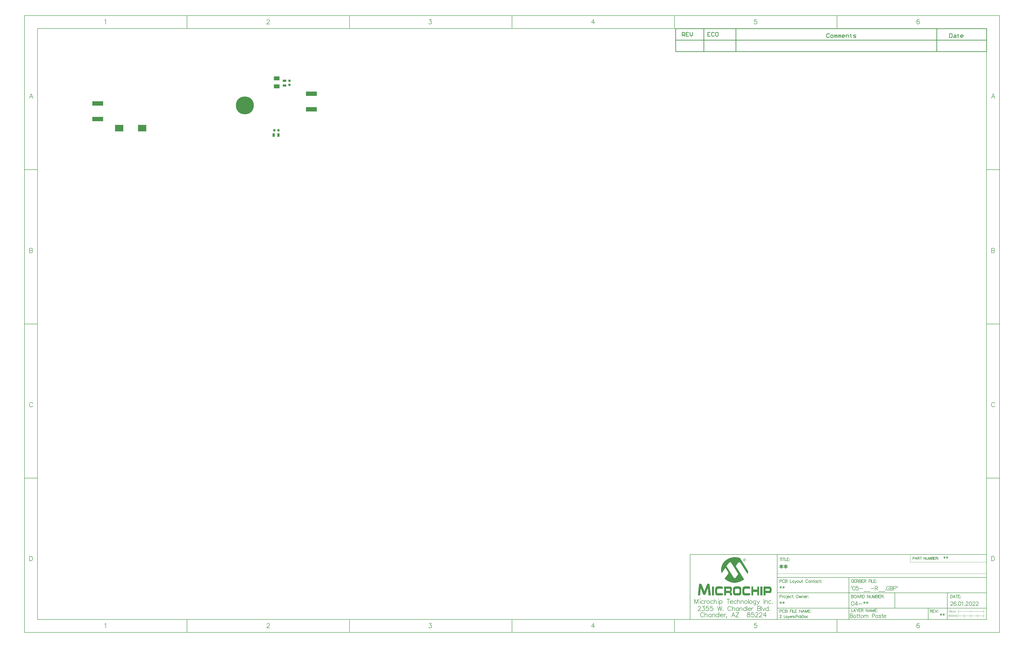
<source format=gbp>
G04*
G04 #@! TF.GenerationSoftware,Altium Limited,Altium Designer,21.0.9 (235)*
G04*
G04 Layer_Color=128*
%FSLAX44Y44*%
%MOMM*%
G71*
G04*
G04 #@! TF.SameCoordinates,D83CB673-9EFF-4C90-BE85-E941A3A9D43F*
G04*
G04*
G04 #@! TF.FilePolarity,Positive*
G04*
G01*
G75*
%ADD10C,0.2000*%
%ADD11C,0.1270*%
%ADD12C,0.2540*%
%ADD14C,0.1778*%
%ADD15C,0.1500*%
%ADD16C,0.1000*%
%ADD17C,0.1800*%
%ADD18C,0.3500*%
%ADD21R,4.1910X1.7780*%
G04:AMPARAMS|DCode=22|XSize=0.9mm|YSize=0.8mm|CornerRadius=0.2mm|HoleSize=0mm|Usage=FLASHONLY|Rotation=180.000|XOffset=0mm|YOffset=0mm|HoleType=Round|Shape=RoundedRectangle|*
%AMROUNDEDRECTD22*
21,1,0.9000,0.4000,0,0,180.0*
21,1,0.5000,0.8000,0,0,180.0*
1,1,0.4000,-0.2500,0.2000*
1,1,0.4000,0.2500,0.2000*
1,1,0.4000,0.2500,-0.2000*
1,1,0.4000,-0.2500,-0.2000*
%
%ADD22ROUNDEDRECTD22*%
G04:AMPARAMS|DCode=32|XSize=1.4mm|YSize=0.9mm|CornerRadius=0.225mm|HoleSize=0mm|Usage=FLASHONLY|Rotation=270.000|XOffset=0mm|YOffset=0mm|HoleType=Round|Shape=RoundedRectangle|*
%AMROUNDEDRECTD32*
21,1,1.4000,0.4500,0,0,270.0*
21,1,0.9500,0.9000,0,0,270.0*
1,1,0.4500,-0.2250,-0.4750*
1,1,0.4500,-0.2250,0.4750*
1,1,0.4500,0.2250,0.4750*
1,1,0.4500,0.2250,-0.4750*
%
%ADD32ROUNDEDRECTD32*%
G04:AMPARAMS|DCode=34|XSize=0.9mm|YSize=0.8mm|CornerRadius=0.2mm|HoleSize=0mm|Usage=FLASHONLY|Rotation=90.000|XOffset=0mm|YOffset=0mm|HoleType=Round|Shape=RoundedRectangle|*
%AMROUNDEDRECTD34*
21,1,0.9000,0.4000,0,0,90.0*
21,1,0.5000,0.8000,0,0,90.0*
1,1,0.4000,0.2000,0.2500*
1,1,0.4000,0.2000,-0.2500*
1,1,0.4000,-0.2000,-0.2500*
1,1,0.4000,-0.2000,0.2500*
%
%ADD34ROUNDEDRECTD34*%
G04:AMPARAMS|DCode=37|XSize=1.4mm|YSize=0.9mm|CornerRadius=0.225mm|HoleSize=0mm|Usage=FLASHONLY|Rotation=180.000|XOffset=0mm|YOffset=0mm|HoleType=Round|Shape=RoundedRectangle|*
%AMROUNDEDRECTD37*
21,1,1.4000,0.4500,0,0,180.0*
21,1,0.9500,0.9000,0,0,180.0*
1,1,0.4500,-0.4750,0.2250*
1,1,0.4500,0.4750,0.2250*
1,1,0.4500,0.4750,-0.2250*
1,1,0.4500,-0.4750,-0.2250*
%
%ADD37ROUNDEDRECTD37*%
%ADD48C,7.0000*%
%ADD117R,2.2500X1.5000*%
%ADD118R,3.2000X2.5000*%
G36*
X2593426Y-1601897D02*
X2594273Y-1602179D01*
X2595402Y-1602602D01*
X2596389Y-1603166D01*
X2597236Y-1604154D01*
X2597800Y-1605565D01*
X2598082Y-1607258D01*
X2598082Y-1607540D01*
X2597941Y-1608105D01*
X2597800Y-1609093D01*
X2597377Y-1610080D01*
X2596813Y-1611209D01*
X2595825Y-1612056D01*
X2594414Y-1612761D01*
X2592580Y-1613043D01*
X2592156Y-1613043D01*
X2591733Y-1612902D01*
X2591169Y-1612761D01*
X2589758Y-1612338D01*
X2589052Y-1611914D01*
X2588347Y-1611350D01*
X2588347Y-1611209D01*
X2588065Y-1611068D01*
X2587500Y-1610221D01*
X2586936Y-1608951D01*
X2586795Y-1608105D01*
X2586654Y-1607258D01*
X2586654Y-1607117D01*
X2586654Y-1606835D01*
X2586795Y-1606412D01*
X2586936Y-1605988D01*
X2587500Y-1604718D01*
X2587923Y-1604013D01*
X2588488Y-1603449D01*
X2588629Y-1603307D01*
X2588770Y-1603166D01*
X2589617Y-1602602D01*
X2590887Y-1602038D01*
X2591733Y-1601755D01*
X2592862Y-1601755D01*
X2593426Y-1601897D01*
X2593426Y-1601897D02*
G37*
G36*
X2557305Y-1596958D02*
X2558434Y-1597099D01*
X2559845Y-1597099D01*
X2561256Y-1597381D01*
X2564501Y-1597805D01*
X2568029Y-1598651D01*
X2571556Y-1599639D01*
X2575084Y-1601050D01*
X2606689Y-1651422D01*
X2606689Y-1651563D01*
X2606689Y-1651845D01*
X2606548Y-1652409D01*
X2606548Y-1652974D01*
X2606407Y-1653820D01*
X2606266Y-1654808D01*
X2605843Y-1656924D01*
X2605843Y-1657065D01*
X2605702Y-1657489D01*
X2605561Y-1658053D01*
X2605420Y-1658759D01*
X2605137Y-1659746D01*
X2604855Y-1660734D01*
X2604149Y-1663133D01*
X2576636Y-1620098D01*
X2576495Y-1619957D01*
X2576353Y-1619534D01*
X2575789Y-1618969D01*
X2575225Y-1618405D01*
X2574519Y-1617841D01*
X2573673Y-1617276D01*
X2572826Y-1616853D01*
X2571697Y-1616712D01*
X2571274Y-1616712D01*
X2570851Y-1616853D01*
X2570286Y-1617135D01*
X2569581Y-1617558D01*
X2568734Y-1618123D01*
X2568029Y-1618828D01*
X2567182Y-1619957D01*
X2558011Y-1632515D01*
X2590322Y-1683451D01*
X2590181Y-1683592D01*
X2589617Y-1684015D01*
X2588770Y-1684720D01*
X2587641Y-1685567D01*
X2586089Y-1686696D01*
X2584255Y-1687825D01*
X2582280Y-1689095D01*
X2579881Y-1690364D01*
X2577341Y-1691634D01*
X2574378Y-1692904D01*
X2571415Y-1694033D01*
X2568029Y-1695162D01*
X2564501Y-1696008D01*
X2560833Y-1696714D01*
X2557023Y-1697137D01*
X2552931Y-1697278D01*
X2551944Y-1697278D01*
X2550815Y-1697137D01*
X2549263Y-1696996D01*
X2547287Y-1696714D01*
X2545030Y-1696431D01*
X2542631Y-1695867D01*
X2539809Y-1695162D01*
X2536987Y-1694315D01*
X2533883Y-1693186D01*
X2530638Y-1691916D01*
X2527393Y-1690364D01*
X2524148Y-1688389D01*
X2520902Y-1686272D01*
X2517798Y-1683733D01*
X2514694Y-1680770D01*
X2528380Y-1661863D01*
X2528522Y-1661722D01*
X2528663Y-1661157D01*
X2528945Y-1660311D01*
X2529086Y-1659605D01*
X2529227Y-1658759D01*
X2529227Y-1658476D01*
X2529086Y-1657771D01*
X2528663Y-1656501D01*
X2527816Y-1654949D01*
X2517657Y-1639005D01*
X2502560Y-1660029D01*
X2502560Y-1659887D01*
X2502419Y-1659746D01*
X2502278Y-1658900D01*
X2501995Y-1657630D01*
X2501713Y-1655937D01*
X2501290Y-1653820D01*
X2501008Y-1651563D01*
X2500867Y-1648882D01*
X2500726Y-1646201D01*
X2500726Y-1645919D01*
X2500726Y-1645354D01*
X2500867Y-1644226D01*
X2501008Y-1642956D01*
X2501149Y-1641263D01*
X2501431Y-1639287D01*
X2501995Y-1637030D01*
X2502560Y-1634631D01*
X2503265Y-1632091D01*
X2504253Y-1629269D01*
X2505523Y-1626447D01*
X2506793Y-1623625D01*
X2508486Y-1620804D01*
X2510461Y-1617841D01*
X2512719Y-1615019D01*
X2515258Y-1612338D01*
X2515400Y-1612197D01*
X2515964Y-1611632D01*
X2516811Y-1610927D01*
X2518080Y-1609939D01*
X2519633Y-1608669D01*
X2521467Y-1607399D01*
X2523583Y-1605988D01*
X2525982Y-1604577D01*
X2528663Y-1603166D01*
X2531626Y-1601755D01*
X2534871Y-1600345D01*
X2538257Y-1599216D01*
X2541926Y-1598228D01*
X2545876Y-1597522D01*
X2549968Y-1596958D01*
X2554342Y-1596817D01*
X2556318Y-1596817D01*
X2557305Y-1596958D01*
X2557305Y-1596958D02*
G37*
G36*
X2609793Y-1711529D02*
X2610499Y-1711670D01*
X2611064Y-1711811D01*
X2611205Y-1711811D01*
X2611487Y-1711952D01*
X2612474Y-1712375D01*
X2613039Y-1712940D01*
X2613462Y-1713504D01*
X2613885Y-1714210D01*
X2614167Y-1715197D01*
X2614167Y-1715338D01*
X2614308Y-1715480D01*
X2614308Y-1715903D01*
X2614450Y-1716608D01*
X2614450Y-1717314D01*
X2614591Y-1718302D01*
X2614591Y-1719430D01*
X2614591Y-1720700D01*
X2595684Y-1720277D01*
X2595543Y-1720277D01*
X2594978Y-1720418D01*
X2594273Y-1720559D01*
X2593567Y-1721124D01*
X2592721Y-1721829D01*
X2592015Y-1723099D01*
X2591733Y-1723945D01*
X2591451Y-1724933D01*
X2591310Y-1725921D01*
X2591310Y-1727191D01*
X2591310Y-1731000D01*
X2591310Y-1731141D01*
X2591310Y-1731283D01*
X2591451Y-1732129D01*
X2591592Y-1733117D01*
X2591874Y-1734387D01*
X2592297Y-1735656D01*
X2593144Y-1736785D01*
X2594132Y-1737632D01*
X2594837Y-1737773D01*
X2595543Y-1737914D01*
X2614873Y-1737914D01*
X2614873Y-1738196D01*
X2614873Y-1738761D01*
X2614873Y-1739748D01*
X2614732Y-1740877D01*
X2614591Y-1742006D01*
X2614450Y-1743135D01*
X2614167Y-1744122D01*
X2613744Y-1744828D01*
X2613744Y-1744969D01*
X2613462Y-1745110D01*
X2613039Y-1745392D01*
X2612474Y-1745674D01*
X2611628Y-1746098D01*
X2610499Y-1746380D01*
X2609088Y-1746521D01*
X2607395Y-1746662D01*
X2593285Y-1746662D01*
X2592156Y-1746521D01*
X2590746Y-1746239D01*
X2589334Y-1745815D01*
X2587782Y-1745110D01*
X2586512Y-1744263D01*
X2585525Y-1742993D01*
X2585525Y-1742852D01*
X2585243Y-1742429D01*
X2584960Y-1741724D01*
X2584678Y-1740877D01*
X2584396Y-1739607D01*
X2584114Y-1738196D01*
X2583973Y-1736362D01*
X2583831Y-1734387D01*
X2583831Y-1723945D01*
X2583831Y-1723804D01*
X2583831Y-1723522D01*
X2583831Y-1723099D01*
X2583973Y-1722534D01*
X2584114Y-1721124D01*
X2584396Y-1719289D01*
X2584819Y-1717455D01*
X2585666Y-1715621D01*
X2586654Y-1714069D01*
X2587359Y-1713363D01*
X2588065Y-1712799D01*
X2588206Y-1712799D01*
X2588488Y-1712517D01*
X2588911Y-1712375D01*
X2589617Y-1712093D01*
X2590463Y-1711811D01*
X2591592Y-1711670D01*
X2592862Y-1711388D01*
X2608100Y-1711388D01*
X2609793Y-1711529D01*
X2609793Y-1711529D02*
G37*
G36*
X2649019Y-1746380D02*
X2641823Y-1746380D01*
X2641823Y-1733258D01*
X2626161Y-1733258D01*
X2626161Y-1746380D01*
X2619388Y-1746380D01*
X2619388Y-1711811D01*
X2626161Y-1711811D01*
X2626161Y-1723945D01*
X2641823Y-1723945D01*
X2641823Y-1711811D01*
X2649019Y-1711811D01*
X2649019Y-1746380D01*
X2649019Y-1746380D02*
G37*
G36*
X2452047Y-1700523D02*
X2452753Y-1700664D01*
X2453599Y-1701088D01*
X2454305Y-1701652D01*
X2455010Y-1702640D01*
X2455716Y-1703910D01*
X2455998Y-1705744D01*
X2460654Y-1746380D01*
X2451906Y-1746380D01*
X2449507Y-1717173D01*
X2449366Y-1717173D01*
X2440477Y-1740595D01*
X2440477Y-1740736D01*
X2440195Y-1741159D01*
X2439772Y-1741865D01*
X2439207Y-1742570D01*
X2438502Y-1743276D01*
X2437655Y-1743981D01*
X2436667Y-1744404D01*
X2435398Y-1744546D01*
X2434833Y-1744546D01*
X2434128Y-1744263D01*
X2433281Y-1743981D01*
X2432294Y-1743558D01*
X2431447Y-1742852D01*
X2430741Y-1741865D01*
X2430036Y-1740595D01*
X2421147Y-1717596D01*
X2421006Y-1717596D01*
X2418466Y-1746380D01*
X2410000Y-1746380D01*
X2414374Y-1705321D01*
X2414374Y-1705038D01*
X2414515Y-1704474D01*
X2414797Y-1703769D01*
X2415221Y-1702781D01*
X2415785Y-1701934D01*
X2416632Y-1701088D01*
X2417760Y-1700523D01*
X2419030Y-1700382D01*
X2419736Y-1700382D01*
X2420582Y-1700664D01*
X2421570Y-1700947D01*
X2422558Y-1701511D01*
X2423687Y-1702358D01*
X2424533Y-1703486D01*
X2425380Y-1705038D01*
X2435257Y-1730154D01*
X2435398Y-1730154D01*
X2445274Y-1705038D01*
X2445415Y-1704897D01*
X2445557Y-1704333D01*
X2446121Y-1703627D01*
X2446685Y-1702640D01*
X2447532Y-1701793D01*
X2448661Y-1701088D01*
X2449931Y-1700523D01*
X2451483Y-1700382D01*
X2451624Y-1700382D01*
X2452047Y-1700523D01*
X2452047Y-1700523D02*
G37*
G36*
X2690360Y-1711952D02*
X2691489Y-1712093D01*
X2692758Y-1712517D01*
X2694170Y-1713222D01*
X2695439Y-1714210D01*
X2696568Y-1715621D01*
X2697415Y-1717596D01*
X2697415Y-1717737D01*
X2697556Y-1718019D01*
X2697556Y-1718584D01*
X2697697Y-1719289D01*
X2697838Y-1720136D01*
X2697838Y-1721124D01*
X2697979Y-1722393D01*
X2697979Y-1723663D01*
X2697979Y-1726344D01*
X2697979Y-1726626D01*
X2697979Y-1727332D01*
X2697838Y-1728461D01*
X2697697Y-1729730D01*
X2697415Y-1731283D01*
X2697133Y-1732835D01*
X2696568Y-1734104D01*
X2695863Y-1735374D01*
X2695863Y-1735515D01*
X2695580Y-1735656D01*
X2695157Y-1736080D01*
X2694734Y-1736503D01*
X2694028Y-1736926D01*
X2693182Y-1737209D01*
X2692335Y-1737491D01*
X2691206Y-1737632D01*
X2673993Y-1737632D01*
X2673993Y-1746380D01*
X2666938Y-1746380D01*
X2666938Y-1711811D01*
X2689655Y-1711811D01*
X2690360Y-1711952D01*
X2690360Y-1711952D02*
G37*
G36*
X2662281Y-1746380D02*
X2654098Y-1746380D01*
X2654098Y-1711811D01*
X2662281Y-1711811D01*
X2662281Y-1746380D01*
X2662281Y-1746380D02*
G37*
G36*
X2537270Y-1711952D02*
X2538398Y-1712375D01*
X2539668Y-1713081D01*
X2540233Y-1713645D01*
X2540938Y-1714351D01*
X2541503Y-1715197D01*
X2541926Y-1716185D01*
X2542490Y-1717314D01*
X2542772Y-1718725D01*
X2542914Y-1720277D01*
X2543055Y-1722111D01*
X2543055Y-1724228D01*
X2543055Y-1724369D01*
X2543055Y-1724510D01*
X2543055Y-1725356D01*
X2542914Y-1726626D01*
X2542631Y-1728037D01*
X2542067Y-1729448D01*
X2541361Y-1730859D01*
X2540374Y-1731988D01*
X2539104Y-1732835D01*
X2539104Y-1732976D01*
X2539245Y-1732976D01*
X2539668Y-1733258D01*
X2540374Y-1733681D01*
X2541079Y-1734387D01*
X2541785Y-1735374D01*
X2542490Y-1736644D01*
X2542914Y-1738337D01*
X2543055Y-1740595D01*
X2543055Y-1746380D01*
X2535718Y-1746380D01*
X2535718Y-1742288D01*
X2535718Y-1742147D01*
X2535718Y-1741865D01*
X2535718Y-1741300D01*
X2535718Y-1740736D01*
X2535576Y-1739607D01*
X2535576Y-1739043D01*
X2535435Y-1738620D01*
X2535294Y-1738478D01*
X2534871Y-1737914D01*
X2534165Y-1737491D01*
X2532896Y-1737350D01*
X2520056Y-1737350D01*
X2520056Y-1746380D01*
X2512719Y-1746380D01*
X2512719Y-1711811D01*
X2536423Y-1711811D01*
X2537270Y-1711952D01*
X2537270Y-1711952D02*
G37*
G36*
X2473071Y-1746380D02*
X2465028Y-1746380D01*
X2465028Y-1711811D01*
X2473071Y-1711811D01*
X2473071Y-1746380D01*
X2473071Y-1746380D02*
G37*
G36*
X2571556Y-1711529D02*
X2572826Y-1711811D01*
X2574096Y-1712093D01*
X2575507Y-1712658D01*
X2576636Y-1713504D01*
X2577623Y-1714492D01*
X2577765Y-1714633D01*
X2578047Y-1715056D01*
X2578329Y-1715762D01*
X2578752Y-1716750D01*
X2579175Y-1718161D01*
X2579599Y-1719713D01*
X2579740Y-1721547D01*
X2579881Y-1723804D01*
X2579881Y-1734245D01*
X2579881Y-1734387D01*
X2579881Y-1734669D01*
X2579881Y-1735092D01*
X2579740Y-1735798D01*
X2579599Y-1737350D01*
X2579316Y-1739325D01*
X2578611Y-1741300D01*
X2577765Y-1743276D01*
X2576495Y-1744828D01*
X2575648Y-1745533D01*
X2574801Y-1745957D01*
X2574660Y-1745957D01*
X2574378Y-1746098D01*
X2573955Y-1746239D01*
X2573391Y-1746239D01*
X2572685Y-1746380D01*
X2571838Y-1746521D01*
X2569581Y-1746662D01*
X2556882Y-1746662D01*
X2555753Y-1746521D01*
X2554483Y-1746239D01*
X2553073Y-1745815D01*
X2551662Y-1745251D01*
X2550392Y-1744404D01*
X2549263Y-1743276D01*
X2549122Y-1743135D01*
X2548981Y-1742711D01*
X2548698Y-1742006D01*
X2548416Y-1741018D01*
X2547993Y-1739889D01*
X2547711Y-1738337D01*
X2547570Y-1736362D01*
X2547429Y-1734245D01*
X2547429Y-1723804D01*
X2547429Y-1723663D01*
X2547429Y-1723381D01*
X2547429Y-1722817D01*
X2547570Y-1722111D01*
X2547711Y-1720418D01*
X2548134Y-1718443D01*
X2548840Y-1716326D01*
X2549968Y-1714492D01*
X2550674Y-1713645D01*
X2551379Y-1712940D01*
X2552367Y-1712375D01*
X2553355Y-1711952D01*
X2553496Y-1711952D01*
X2553637Y-1711811D01*
X2554060Y-1711811D01*
X2554625Y-1711670D01*
X2556035Y-1711529D01*
X2557870Y-1711388D01*
X2570569Y-1711388D01*
X2571556Y-1711529D01*
X2571556Y-1711529D02*
G37*
G36*
X2500867Y-1711529D02*
X2502560Y-1711529D01*
X2504112Y-1711670D01*
X2505382Y-1711952D01*
X2505805Y-1712093D01*
X2506087Y-1712234D01*
X2506228Y-1712234D01*
X2506369Y-1712517D01*
X2506652Y-1712940D01*
X2507075Y-1713645D01*
X2507498Y-1714633D01*
X2507780Y-1716044D01*
X2507921Y-1717878D01*
X2508062Y-1720277D01*
X2489014Y-1720277D01*
X2488168Y-1720418D01*
X2487180Y-1720841D01*
X2486192Y-1721688D01*
X2486051Y-1721970D01*
X2485910Y-1722252D01*
X2485628Y-1722817D01*
X2485487Y-1723522D01*
X2485205Y-1724510D01*
X2485064Y-1725780D01*
X2485064Y-1727191D01*
X2485064Y-1731000D01*
X2485064Y-1731141D01*
X2485064Y-1731706D01*
X2485064Y-1732411D01*
X2485205Y-1733117D01*
X2485346Y-1734951D01*
X2485487Y-1735656D01*
X2485628Y-1736221D01*
X2485769Y-1736503D01*
X2486334Y-1737068D01*
X2486898Y-1737350D01*
X2487462Y-1737632D01*
X2488309Y-1737773D01*
X2489155Y-1737914D01*
X2508486Y-1737914D01*
X2508486Y-1738196D01*
X2508486Y-1738761D01*
X2508486Y-1739607D01*
X2508345Y-1740595D01*
X2508062Y-1742852D01*
X2507780Y-1743840D01*
X2507498Y-1744546D01*
X2507498Y-1744687D01*
X2507216Y-1744828D01*
X2506793Y-1745251D01*
X2506228Y-1745533D01*
X2505241Y-1745957D01*
X2504112Y-1746380D01*
X2502701Y-1746521D01*
X2501008Y-1746662D01*
X2487039Y-1746662D01*
X2486051Y-1746521D01*
X2484781Y-1746239D01*
X2483371Y-1745957D01*
X2481960Y-1745533D01*
X2480690Y-1744828D01*
X2479702Y-1743840D01*
X2479561Y-1743699D01*
X2479420Y-1743276D01*
X2478997Y-1742570D01*
X2478573Y-1741583D01*
X2478150Y-1740313D01*
X2477868Y-1738620D01*
X2477586Y-1736644D01*
X2477444Y-1734245D01*
X2477444Y-1723804D01*
X2477444Y-1723663D01*
X2477444Y-1723381D01*
X2477444Y-1722817D01*
X2477586Y-1722111D01*
X2477868Y-1720277D01*
X2478291Y-1718161D01*
X2479138Y-1716044D01*
X2480408Y-1714069D01*
X2481254Y-1713222D01*
X2482242Y-1712517D01*
X2483230Y-1711952D01*
X2484499Y-1711670D01*
X2484781Y-1711670D01*
X2485487Y-1711529D01*
X2486616Y-1711388D01*
X2499173Y-1711388D01*
X2500867Y-1711529D01*
X2500867Y-1711529D02*
G37*
%LPC*%
G36*
X2592580Y-1602743D02*
X2591874Y-1602743D01*
X2591028Y-1603025D01*
X2590181Y-1603307D01*
X2589193Y-1603872D01*
X2588488Y-1604577D01*
X2587923Y-1605706D01*
X2587641Y-1607258D01*
X2587641Y-1607399D01*
X2587641Y-1607540D01*
X2587782Y-1608387D01*
X2588206Y-1609516D01*
X2589052Y-1610786D01*
X2589334Y-1611068D01*
X2590040Y-1611491D01*
X2591169Y-1611914D01*
X2592580Y-1612197D01*
X2592721Y-1612197D01*
X2593285Y-1612056D01*
X2593990Y-1611914D01*
X2594978Y-1611632D01*
X2595825Y-1610927D01*
X2596530Y-1610080D01*
X2597095Y-1608951D01*
X2597236Y-1607258D01*
X2597236Y-1607117D01*
X2597236Y-1606553D01*
X2596954Y-1605847D01*
X2596671Y-1605001D01*
X2596107Y-1604154D01*
X2595261Y-1603449D01*
X2594132Y-1602884D01*
X2592580Y-1602743D01*
X2592580Y-1602743D02*
G37*
%LPD*%
G36*
X2593849Y-1604295D02*
X2594555Y-1604860D01*
X2594837Y-1605283D01*
X2594978Y-1605988D01*
X2594978Y-1606129D01*
X2594978Y-1606270D01*
X2594837Y-1606976D01*
X2594273Y-1607540D01*
X2593849Y-1607823D01*
X2593285Y-1607964D01*
X2595119Y-1610786D01*
X2593990Y-1610786D01*
X2592297Y-1607964D01*
X2591169Y-1607964D01*
X2591169Y-1610786D01*
X2590181Y-1610786D01*
X2590181Y-1604013D01*
X2593003Y-1604013D01*
X2593849Y-1604295D01*
X2593849Y-1604295D02*
G37*
%LPC*%
G36*
X2592862Y-1605001D02*
X2591169Y-1605001D01*
X2591169Y-1607117D01*
X2593003Y-1607117D01*
X2593426Y-1606976D01*
X2593708Y-1606694D01*
X2593849Y-1605988D01*
X2593849Y-1605847D01*
X2593708Y-1605424D01*
X2593426Y-1605142D01*
X2592862Y-1605001D01*
X2592862Y-1605001D02*
G37*
G36*
X2536000Y-1616571D02*
X2535576Y-1616571D01*
X2535012Y-1616712D01*
X2534448Y-1616994D01*
X2533742Y-1617417D01*
X2532896Y-1617982D01*
X2532049Y-1618687D01*
X2531203Y-1619816D01*
X2522313Y-1632374D01*
X2549263Y-1675126D01*
X2549404Y-1675267D01*
X2549686Y-1675690D01*
X2550110Y-1676396D01*
X2550674Y-1676960D01*
X2551379Y-1677666D01*
X2552226Y-1678371D01*
X2552931Y-1678794D01*
X2553778Y-1678936D01*
X2554201Y-1678936D01*
X2554766Y-1678794D01*
X2555330Y-1678512D01*
X2556035Y-1678230D01*
X2556882Y-1677807D01*
X2557729Y-1677101D01*
X2558434Y-1676114D01*
X2567888Y-1662568D01*
X2540797Y-1619957D01*
X2540656Y-1619816D01*
X2540374Y-1619393D01*
X2539951Y-1618828D01*
X2539386Y-1618264D01*
X2538681Y-1617699D01*
X2537834Y-1617135D01*
X2536987Y-1616712D01*
X2536000Y-1616571D01*
X2536000Y-1616571D02*
G37*
G36*
X2687679Y-1720136D02*
X2673993Y-1720136D01*
X2673993Y-1728884D01*
X2688526Y-1728884D01*
X2688808Y-1728743D01*
X2689231Y-1728461D01*
X2689655Y-1728037D01*
X2690078Y-1727332D01*
X2690219Y-1726485D01*
X2690360Y-1725356D01*
X2690360Y-1723945D01*
X2690360Y-1723804D01*
X2690360Y-1723381D01*
X2690219Y-1722676D01*
X2690078Y-1721970D01*
X2689655Y-1721406D01*
X2689231Y-1720700D01*
X2688526Y-1720277D01*
X2687679Y-1720136D01*
X2687679Y-1720136D02*
G37*
G36*
X2532613Y-1720136D02*
X2520056Y-1720136D01*
X2520056Y-1728743D01*
X2533742Y-1728743D01*
X2534165Y-1728602D01*
X2534730Y-1728320D01*
X2535294Y-1727896D01*
X2535718Y-1727191D01*
X2536000Y-1726344D01*
X2536141Y-1725074D01*
X2536141Y-1723945D01*
X2536141Y-1723804D01*
X2536141Y-1723381D01*
X2536000Y-1722676D01*
X2535718Y-1721970D01*
X2535294Y-1721406D01*
X2534589Y-1720700D01*
X2533742Y-1720277D01*
X2532613Y-1720136D01*
X2532613Y-1720136D02*
G37*
G36*
X2568593Y-1720136D02*
X2558999Y-1720136D01*
X2558152Y-1720277D01*
X2557023Y-1720841D01*
X2556459Y-1721124D01*
X2556035Y-1721688D01*
X2555894Y-1721970D01*
X2555753Y-1722393D01*
X2555471Y-1722958D01*
X2555330Y-1723663D01*
X2555048Y-1724651D01*
X2554907Y-1725780D01*
X2554907Y-1727191D01*
X2554907Y-1731000D01*
X2554907Y-1731141D01*
X2554907Y-1731706D01*
X2554907Y-1732270D01*
X2555048Y-1733117D01*
X2555189Y-1734951D01*
X2555330Y-1735798D01*
X2555612Y-1736503D01*
X2555753Y-1736785D01*
X2556318Y-1737209D01*
X2557305Y-1737632D01*
X2558011Y-1737914D01*
X2568311Y-1737914D01*
X2568875Y-1737773D01*
X2569581Y-1737491D01*
X2570428Y-1737068D01*
X2571274Y-1736221D01*
X2571979Y-1734951D01*
X2572262Y-1734245D01*
X2572544Y-1733258D01*
X2572685Y-1732270D01*
X2572685Y-1731000D01*
X2572685Y-1727191D01*
X2572685Y-1727050D01*
X2572685Y-1726485D01*
X2572685Y-1725921D01*
X2572544Y-1725074D01*
X2572121Y-1723240D01*
X2571697Y-1722393D01*
X2571274Y-1721688D01*
X2571274Y-1721547D01*
X2570992Y-1721406D01*
X2570286Y-1720841D01*
X2569299Y-1720418D01*
X2568593Y-1720136D01*
X2568593Y-1720136D02*
G37*
%LPD*%
D10*
X3373571Y-1593883D02*
X3373571Y-1602453D01*
X3370000Y-1596025D02*
X3377142Y-1600310D01*
X3377142Y-1596025D02*
X3370000Y-1600310D01*
X3383783Y-1593883D02*
X3383783Y-1602453D01*
X3380212Y-1596025D02*
X3387354Y-1600310D01*
X3387354Y-1596025D02*
X3380212Y-1600310D01*
D11*
X3310000Y-1840580D02*
X3310000Y-1796380D01*
X3000000Y-1840580D02*
X3000000Y-1676380D01*
X3180000Y-1796380D02*
X3180000Y-1736380D01*
X3385000Y-1840580D02*
X3385000Y-1736380D01*
X2380000Y-1840580D02*
X2380000Y-1586380D01*
X2720000Y-1840580D02*
X2720000Y-1586380D01*
X3538200Y-1840580D02*
X3538200Y-1586380D01*
X2380000Y-1840580D02*
X3538200Y-1840580D01*
X2720000Y-1796380D02*
X3538200Y-1796380D01*
X2720000Y-1736380D02*
X3538200Y-1736380D01*
X2720000Y-1676380D02*
X3538200Y-1676380D01*
X2380000Y-1586380D02*
X3538200Y-1586380D01*
X2039600Y-1840580D02*
X2395200Y-1840580D01*
X414000Y-1891380D02*
X414000Y-1840580D01*
X-221000Y-1288130D02*
X-170200Y-1288130D01*
X-221000Y-684880D02*
X-170200Y-684880D01*
X-221000Y-81630D02*
X-170200Y-81630D01*
X-170200Y-1840580D02*
X3538200Y-1840580D01*
X-170200Y-1840580D02*
X-170200Y470820D01*
X-221000Y-1891380D02*
X3589000Y-1891380D01*
X-221000Y-1891380D02*
X-221000Y521620D01*
X3538200Y-1840580D02*
X3538200Y-1535780D01*
X1049000Y-1891380D02*
X1049000Y-1840580D01*
X1684000Y-1891380D02*
X1684000Y-1840580D01*
X2319000Y-1891380D02*
X2319000Y-1840580D01*
X2954000Y-1891380D02*
X2954000Y-1840580D01*
X3538200Y-1288130D02*
X3589000Y-1288130D01*
X3538200Y-684880D02*
X3589000Y-684880D01*
X3538200Y-81630D02*
X3589000Y-81630D01*
X3589000Y-1891380D02*
X3589000Y521620D01*
X3538200Y-1840580D02*
X3538200Y470820D01*
X414000Y470820D02*
X414000Y521620D01*
X-221000Y521620D02*
X3589000Y521620D01*
X-170200Y470820D02*
X3538200Y470820D01*
X1049000Y470820D02*
X1049000Y521620D01*
X1684000Y470820D02*
X1684000Y521620D01*
X2319000Y470820D02*
X2319000Y521620D01*
X2954000Y470820D02*
X2954000Y521620D01*
X3010000Y-1799952D02*
X3010000Y-1811380D01*
X3016530Y-1811380D01*
X3026489Y-1811380D02*
X3022135Y-1799952D01*
X3017782Y-1811380D01*
X3019414Y-1807571D02*
X3024856Y-1807571D01*
X3029155Y-1799952D02*
X3033508Y-1805394D01*
X3033508Y-1811380D01*
X3037862Y-1799952D02*
X3033508Y-1805394D01*
X3046405Y-1799952D02*
X3039331Y-1799952D01*
X3039331Y-1811380D01*
X3046405Y-1811380D01*
X3039331Y-1805394D02*
X3043684Y-1805394D01*
X3048310Y-1799952D02*
X3048310Y-1811380D01*
X3048310Y-1799952D02*
X3053207Y-1799952D01*
X3054840Y-1800497D01*
X3055384Y-1801041D01*
X3055928Y-1802129D01*
X3055928Y-1803217D01*
X3055384Y-1804306D01*
X3054840Y-1804850D01*
X3053207Y-1805394D01*
X3048310Y-1805394D01*
X3052119Y-1805394D02*
X3055928Y-1811380D01*
X3067464Y-1799952D02*
X3067464Y-1811380D01*
X3067464Y-1799952D02*
X3075083Y-1811380D01*
X3075083Y-1799952D02*
X3075083Y-1811380D01*
X3086945Y-1811380D02*
X3082592Y-1799952D01*
X3078239Y-1811380D01*
X3079872Y-1807571D02*
X3085313Y-1807571D01*
X3089612Y-1799952D02*
X3089612Y-1811380D01*
X3089612Y-1799952D02*
X3093965Y-1811380D01*
X3098319Y-1799952D02*
X3093965Y-1811380D01*
X3098319Y-1799952D02*
X3098319Y-1811380D01*
X3108658Y-1799952D02*
X3101584Y-1799952D01*
X3101584Y-1811380D01*
X3108658Y-1811380D01*
X3101584Y-1805394D02*
X3105937Y-1805394D01*
X3111107Y-1803761D02*
X3110563Y-1804306D01*
X3111107Y-1804850D01*
X3111651Y-1804306D01*
X3111107Y-1803761D01*
X3111107Y-1810291D02*
X3110563Y-1810836D01*
X3111107Y-1811380D01*
X3111651Y-1810836D01*
X3111107Y-1810291D01*
X3317500Y-1802452D02*
X3317500Y-1813880D01*
X3317500Y-1802452D02*
X3322397Y-1802452D01*
X3324030Y-1802997D01*
X3324574Y-1803541D01*
X3325118Y-1804629D01*
X3325118Y-1805717D01*
X3324574Y-1806806D01*
X3324030Y-1807350D01*
X3322397Y-1807894D01*
X3317500Y-1807894D01*
X3321309Y-1807894D02*
X3325118Y-1813880D01*
X3334750Y-1802452D02*
X3327676Y-1802452D01*
X3327676Y-1813880D01*
X3334750Y-1813880D01*
X3327676Y-1807894D02*
X3332029Y-1807894D01*
X3336655Y-1802452D02*
X3341008Y-1813880D01*
X3345362Y-1802452D02*
X3341008Y-1813880D01*
X3347375Y-1806261D02*
X3346831Y-1806806D01*
X3347375Y-1807350D01*
X3347919Y-1806806D01*
X3347375Y-1806261D01*
X3347375Y-1812791D02*
X3346831Y-1813336D01*
X3347375Y-1813880D01*
X3347919Y-1813336D01*
X3347375Y-1812791D01*
X3397000Y-1744952D02*
X3397000Y-1756380D01*
X3397000Y-1744952D02*
X3400809Y-1744952D01*
X3402442Y-1745497D01*
X3403530Y-1746585D01*
X3404074Y-1747673D01*
X3404619Y-1749306D01*
X3404619Y-1752027D01*
X3404074Y-1753659D01*
X3403530Y-1754747D01*
X3402442Y-1755836D01*
X3400809Y-1756380D01*
X3397000Y-1756380D01*
X3415883Y-1756380D02*
X3411530Y-1744952D01*
X3407176Y-1756380D01*
X3408809Y-1752571D02*
X3414250Y-1752571D01*
X3422358Y-1744952D02*
X3422358Y-1756380D01*
X3418549Y-1744952D02*
X3426168Y-1744952D01*
X3434602Y-1744952D02*
X3427528Y-1744952D01*
X3427528Y-1756380D01*
X3434602Y-1756380D01*
X3427528Y-1750394D02*
X3431881Y-1750394D01*
X3437051Y-1748761D02*
X3436507Y-1749306D01*
X3437051Y-1749850D01*
X3437595Y-1749306D01*
X3437051Y-1748761D01*
X3437051Y-1755291D02*
X3436507Y-1755836D01*
X3437051Y-1756380D01*
X3437595Y-1755836D01*
X3437051Y-1755291D01*
X2733809Y-1599952D02*
X2733809Y-1611380D01*
X2730000Y-1599952D02*
X2737618Y-1599952D01*
X2738979Y-1599952D02*
X2738979Y-1611380D01*
X2745182Y-1599952D02*
X2745182Y-1611380D01*
X2741373Y-1599952D02*
X2748992Y-1599952D01*
X2750352Y-1599952D02*
X2750352Y-1611380D01*
X2756882Y-1611380D01*
X2765208Y-1599952D02*
X2758134Y-1599952D01*
X2758134Y-1611380D01*
X2765208Y-1611380D01*
X2758134Y-1605394D02*
X2762487Y-1605394D01*
X2767657Y-1603761D02*
X2767112Y-1604306D01*
X2767657Y-1604850D01*
X2768201Y-1604306D01*
X2767657Y-1603761D01*
X2767657Y-1610291D02*
X2767112Y-1610836D01*
X2767657Y-1611380D01*
X2768201Y-1610836D01*
X2767657Y-1610291D01*
D12*
X3538200Y380820D02*
X3538200Y470820D01*
X2323200Y470820D02*
X3538200Y470820D01*
X2558200Y380820D02*
X2558200Y425820D01*
X2323200Y425820D02*
X2323200Y470820D01*
X2323200Y425820D02*
X3538200Y425820D01*
X2433200Y425820D02*
X2433200Y470820D01*
X2558200Y425820D02*
X2558200Y470820D01*
X3343200Y425820D02*
X3343200Y470820D01*
X2323200Y380820D02*
X2323200Y425820D01*
X2323200Y380820D02*
X3538200Y380820D01*
X3343200Y380820D02*
X3343200Y425820D01*
X2433200Y380820D02*
X2433200Y425820D01*
X2348200Y440820D02*
X2348200Y456055D01*
X2355818Y456055D01*
X2358357Y453516D01*
X2358357Y448438D01*
X2355818Y445899D01*
X2348200Y445899D01*
X2353279Y445899D02*
X2358357Y440820D01*
X2373592Y456055D02*
X2363435Y456055D01*
X2363435Y440820D01*
X2373592Y440820D01*
X2363435Y448438D02*
X2368514Y448438D01*
X2378670Y456055D02*
X2378670Y445899D01*
X2383749Y440820D01*
X2388827Y445899D01*
X2388827Y456055D01*
X2458357Y456055D02*
X2448200Y456055D01*
X2448200Y440820D01*
X2458357Y440820D01*
X2448200Y448438D02*
X2453279Y448438D01*
X2473592Y453516D02*
X2471053Y456055D01*
X2465974Y456055D01*
X2463435Y453516D01*
X2463435Y443359D01*
X2465974Y440820D01*
X2471053Y440820D01*
X2473592Y443359D01*
X2486288Y456055D02*
X2481210Y456055D01*
X2478670Y453516D01*
X2478670Y443359D01*
X2481210Y440820D01*
X2486288Y440820D01*
X2488827Y443359D01*
X2488827Y453516D01*
X2486288Y456055D01*
X2923357Y448516D02*
X2920818Y451055D01*
X2915739Y451055D01*
X2913200Y448516D01*
X2913200Y438359D01*
X2915739Y435820D01*
X2920818Y435820D01*
X2923357Y438359D01*
X2930974Y435820D02*
X2936053Y435820D01*
X2938592Y438359D01*
X2938592Y443438D01*
X2936053Y445977D01*
X2930974Y445977D01*
X2928435Y443438D01*
X2928435Y438359D01*
X2930974Y435820D01*
X2943670Y435820D02*
X2943670Y445977D01*
X2946209Y445977D01*
X2948748Y443438D01*
X2948748Y435820D01*
X2948748Y443438D01*
X2951288Y445977D01*
X2953827Y443438D01*
X2953827Y435820D01*
X2958905Y435820D02*
X2958905Y445977D01*
X2961444Y445977D01*
X2963984Y443438D01*
X2963984Y435820D01*
X2963984Y443438D01*
X2966523Y445977D01*
X2969062Y443438D01*
X2969062Y435820D01*
X2981758Y435820D02*
X2976680Y435820D01*
X2974140Y438359D01*
X2974140Y443438D01*
X2976680Y445977D01*
X2981758Y445977D01*
X2984297Y443438D01*
X2984297Y440899D01*
X2974140Y440899D01*
X2989376Y435820D02*
X2989376Y445977D01*
X2996993Y445977D01*
X2999532Y443438D01*
X2999532Y435820D01*
X3007150Y448516D02*
X3007150Y445977D01*
X3004611Y445977D01*
X3009689Y445977D01*
X3007150Y445977D01*
X3007150Y438359D01*
X3009689Y435820D01*
X3017307Y435820D02*
X3024924Y435820D01*
X3027463Y438359D01*
X3024924Y440899D01*
X3019846Y440899D01*
X3017307Y443438D01*
X3019846Y445977D01*
X3027463Y445977D01*
X3393200Y451055D02*
X3393200Y435820D01*
X3400818Y435820D01*
X3403357Y438359D01*
X3403357Y448516D01*
X3400818Y451055D01*
X3393200Y451055D01*
X3410974Y445977D02*
X3416053Y445977D01*
X3418592Y443438D01*
X3418592Y435820D01*
X3410974Y435820D01*
X3408435Y438359D01*
X3410974Y440899D01*
X3418592Y440899D01*
X3426209Y448516D02*
X3426209Y445977D01*
X3423670Y445977D01*
X3428748Y445977D01*
X3426209Y445977D01*
X3426209Y438359D01*
X3428748Y435820D01*
X3443984Y435820D02*
X3438905Y435820D01*
X3436366Y438359D01*
X3436366Y443438D01*
X3438905Y445977D01*
X3443984Y445977D01*
X3446523Y443438D01*
X3446523Y440899D01*
X3436366Y440899D01*
D14*
X3360349Y-1817106D02*
X3360349Y-1825676D01*
X3356778Y-1819249D02*
X3363919Y-1823533D01*
X3363919Y-1819249D02*
X3356778Y-1823533D01*
X3370561Y-1817106D02*
X3370561Y-1825676D01*
X3366990Y-1819249D02*
X3374131Y-1823533D01*
X3374131Y-1819249D02*
X3366990Y-1823533D01*
X2733809Y-1710383D02*
X2733809Y-1719524D01*
X2730000Y-1712668D02*
X2737617Y-1717239D01*
X2737617Y-1712668D02*
X2730000Y-1717239D01*
X2744702Y-1710383D02*
X2744702Y-1719524D01*
X2740893Y-1712668D02*
X2748510Y-1717239D01*
X2748510Y-1712668D02*
X2740893Y-1717239D01*
X2432697Y-1817836D02*
X2431851Y-1816143D01*
X2430158Y-1814450D01*
X2428465Y-1813604D01*
X2425079Y-1813604D01*
X2423386Y-1814450D01*
X2421693Y-1816143D01*
X2420847Y-1817836D01*
X2420000Y-1820376D01*
X2420000Y-1824608D01*
X2420847Y-1827148D01*
X2421693Y-1828840D01*
X2423386Y-1830533D01*
X2425079Y-1831380D01*
X2428465Y-1831380D01*
X2430158Y-1830533D01*
X2431851Y-1828840D01*
X2432697Y-1827148D01*
X2437692Y-1813604D02*
X2437692Y-1831380D01*
X2437692Y-1822915D02*
X2440231Y-1820376D01*
X2441924Y-1819529D01*
X2444464Y-1819529D01*
X2446156Y-1820376D01*
X2447003Y-1822915D01*
X2447003Y-1831380D01*
X2461817Y-1819529D02*
X2461817Y-1831380D01*
X2461817Y-1822068D02*
X2460123Y-1820376D01*
X2458431Y-1819529D01*
X2455891Y-1819529D01*
X2454198Y-1820376D01*
X2452505Y-1822068D01*
X2451659Y-1824608D01*
X2451659Y-1826301D01*
X2452505Y-1828840D01*
X2454198Y-1830533D01*
X2455891Y-1831380D01*
X2458431Y-1831380D01*
X2460123Y-1830533D01*
X2461817Y-1828840D01*
X2466557Y-1819529D02*
X2466557Y-1831380D01*
X2466557Y-1822915D02*
X2469096Y-1820376D01*
X2470789Y-1819529D01*
X2473329Y-1819529D01*
X2475022Y-1820376D01*
X2475868Y-1822915D01*
X2475868Y-1831380D01*
X2490682Y-1813604D02*
X2490682Y-1831380D01*
X2490682Y-1822068D02*
X2488989Y-1820376D01*
X2487296Y-1819529D01*
X2484756Y-1819529D01*
X2483063Y-1820376D01*
X2481370Y-1822068D01*
X2480524Y-1824608D01*
X2480524Y-1826301D01*
X2481370Y-1828840D01*
X2483063Y-1830533D01*
X2484756Y-1831380D01*
X2487296Y-1831380D01*
X2488989Y-1830533D01*
X2490682Y-1828840D01*
X2495422Y-1813604D02*
X2495422Y-1831380D01*
X2499147Y-1824608D02*
X2509304Y-1824608D01*
X2509304Y-1822915D01*
X2508458Y-1821222D01*
X2507611Y-1820376D01*
X2505918Y-1819529D01*
X2503379Y-1819529D01*
X2501686Y-1820376D01*
X2499993Y-1822068D01*
X2499147Y-1824608D01*
X2499147Y-1826301D01*
X2499993Y-1828840D01*
X2501686Y-1830533D01*
X2503379Y-1831380D01*
X2505918Y-1831380D01*
X2507611Y-1830533D01*
X2509304Y-1828840D01*
X2513114Y-1819529D02*
X2513114Y-1831380D01*
X2513114Y-1824608D02*
X2513960Y-1822068D01*
X2515653Y-1820376D01*
X2517346Y-1819529D01*
X2519885Y-1819529D01*
X2523187Y-1830533D02*
X2522340Y-1831380D01*
X2521494Y-1830533D01*
X2522340Y-1829687D01*
X2523187Y-1830533D01*
X2523187Y-1832226D01*
X2522340Y-1833919D01*
X2521494Y-1834766D01*
X2554591Y-1831380D02*
X2547819Y-1813604D01*
X2541048Y-1831380D01*
X2543587Y-1825455D02*
X2552052Y-1825455D01*
X2570590Y-1813604D02*
X2558739Y-1831380D01*
X2558739Y-1813604D02*
X2570590Y-1813604D01*
X2558739Y-1831380D02*
X2570590Y-1831380D01*
X2606735Y-1813604D02*
X2604195Y-1814450D01*
X2603349Y-1816143D01*
X2603349Y-1817836D01*
X2604195Y-1819529D01*
X2605888Y-1820376D01*
X2609274Y-1821222D01*
X2611814Y-1822068D01*
X2613506Y-1823761D01*
X2614353Y-1825455D01*
X2614353Y-1827994D01*
X2613506Y-1829687D01*
X2612660Y-1830533D01*
X2610121Y-1831380D01*
X2606735Y-1831380D01*
X2604195Y-1830533D01*
X2603349Y-1829687D01*
X2602502Y-1827994D01*
X2602502Y-1825455D01*
X2603349Y-1823761D01*
X2605042Y-1822068D01*
X2607581Y-1821222D01*
X2610967Y-1820376D01*
X2612660Y-1819529D01*
X2613506Y-1817836D01*
X2613506Y-1816143D01*
X2612660Y-1814450D01*
X2610121Y-1813604D01*
X2606735Y-1813604D01*
X2628489Y-1813604D02*
X2620025Y-1813604D01*
X2619178Y-1821222D01*
X2620025Y-1820376D01*
X2622564Y-1819529D01*
X2625103Y-1819529D01*
X2627643Y-1820376D01*
X2629336Y-1822068D01*
X2630182Y-1824608D01*
X2630182Y-1826301D01*
X2629336Y-1828840D01*
X2627643Y-1830533D01*
X2625103Y-1831380D01*
X2622564Y-1831380D01*
X2620025Y-1830533D01*
X2619178Y-1829687D01*
X2618332Y-1827994D01*
X2635007Y-1817836D02*
X2635007Y-1816990D01*
X2635854Y-1815297D01*
X2636700Y-1814450D01*
X2638393Y-1813604D01*
X2641779Y-1813604D01*
X2643472Y-1814450D01*
X2644319Y-1815297D01*
X2645165Y-1816990D01*
X2645165Y-1818683D01*
X2644319Y-1820376D01*
X2642626Y-1822915D01*
X2634161Y-1831380D01*
X2646012Y-1831380D01*
X2650836Y-1817836D02*
X2650836Y-1816990D01*
X2651683Y-1815297D01*
X2652530Y-1814450D01*
X2654223Y-1813604D01*
X2657609Y-1813604D01*
X2659301Y-1814450D01*
X2660148Y-1815297D01*
X2660994Y-1816990D01*
X2660994Y-1818683D01*
X2660148Y-1820376D01*
X2658455Y-1822915D01*
X2649990Y-1831380D01*
X2661841Y-1831380D01*
X2674284Y-1813604D02*
X2665819Y-1825455D01*
X2678517Y-1825455D01*
X2674284Y-1813604D02*
X2674284Y-1831380D01*
X2410847Y-1792836D02*
X2410847Y-1791990D01*
X2411693Y-1790297D01*
X2412540Y-1789450D01*
X2414233Y-1788604D01*
X2417619Y-1788604D01*
X2419312Y-1789450D01*
X2420158Y-1790297D01*
X2421004Y-1791990D01*
X2421004Y-1793683D01*
X2420158Y-1795376D01*
X2418465Y-1797915D01*
X2410000Y-1806380D01*
X2421851Y-1806380D01*
X2427522Y-1788604D02*
X2436834Y-1788604D01*
X2431755Y-1795376D01*
X2434294Y-1795376D01*
X2435987Y-1796222D01*
X2436834Y-1797068D01*
X2437680Y-1799608D01*
X2437680Y-1801301D01*
X2436834Y-1803840D01*
X2435141Y-1805533D01*
X2432601Y-1806380D01*
X2430062Y-1806380D01*
X2427522Y-1805533D01*
X2426676Y-1804687D01*
X2425829Y-1802994D01*
X2451817Y-1788604D02*
X2443352Y-1788604D01*
X2442505Y-1796222D01*
X2443352Y-1795376D01*
X2445891Y-1794529D01*
X2448431Y-1794529D01*
X2450970Y-1795376D01*
X2452663Y-1797068D01*
X2453510Y-1799608D01*
X2453510Y-1801301D01*
X2452663Y-1803840D01*
X2450970Y-1805533D01*
X2448431Y-1806380D01*
X2445891Y-1806380D01*
X2443352Y-1805533D01*
X2442505Y-1804687D01*
X2441659Y-1802994D01*
X2467646Y-1788604D02*
X2459181Y-1788604D01*
X2458335Y-1796222D01*
X2459181Y-1795376D01*
X2461720Y-1794529D01*
X2464260Y-1794529D01*
X2466799Y-1795376D01*
X2468492Y-1797068D01*
X2469339Y-1799608D01*
X2469339Y-1801301D01*
X2468492Y-1803840D01*
X2466799Y-1805533D01*
X2464260Y-1806380D01*
X2461720Y-1806380D01*
X2459181Y-1805533D01*
X2458335Y-1804687D01*
X2457488Y-1802994D01*
X2487284Y-1788604D02*
X2491517Y-1806380D01*
X2495749Y-1788604D02*
X2491517Y-1806380D01*
X2495749Y-1788604D02*
X2499982Y-1806380D01*
X2504214Y-1788604D02*
X2499982Y-1806380D01*
X2508616Y-1804687D02*
X2507769Y-1805533D01*
X2508616Y-1806380D01*
X2509462Y-1805533D01*
X2508616Y-1804687D01*
X2540020Y-1792836D02*
X2539174Y-1791143D01*
X2537481Y-1789450D01*
X2535788Y-1788604D01*
X2532402Y-1788604D01*
X2530709Y-1789450D01*
X2529016Y-1791143D01*
X2528170Y-1792836D01*
X2527323Y-1795376D01*
X2527323Y-1799608D01*
X2528170Y-1802147D01*
X2529016Y-1803840D01*
X2530709Y-1805533D01*
X2532402Y-1806380D01*
X2535788Y-1806380D01*
X2537481Y-1805533D01*
X2539174Y-1803840D01*
X2540020Y-1802147D01*
X2545014Y-1788604D02*
X2545014Y-1806380D01*
X2545014Y-1797915D02*
X2547554Y-1795376D01*
X2549247Y-1794529D01*
X2551786Y-1794529D01*
X2553479Y-1795376D01*
X2554326Y-1797915D01*
X2554326Y-1806380D01*
X2569139Y-1794529D02*
X2569139Y-1806380D01*
X2569139Y-1797068D02*
X2567446Y-1795376D01*
X2565753Y-1794529D01*
X2563214Y-1794529D01*
X2561521Y-1795376D01*
X2559828Y-1797068D01*
X2558981Y-1799608D01*
X2558981Y-1801301D01*
X2559828Y-1803840D01*
X2561521Y-1805533D01*
X2563214Y-1806380D01*
X2565753Y-1806380D01*
X2567446Y-1805533D01*
X2569139Y-1803840D01*
X2573880Y-1794529D02*
X2573880Y-1806380D01*
X2573880Y-1797915D02*
X2576419Y-1795376D01*
X2578112Y-1794529D01*
X2580652Y-1794529D01*
X2582344Y-1795376D01*
X2583191Y-1797915D01*
X2583191Y-1806380D01*
X2598004Y-1788604D02*
X2598004Y-1806380D01*
X2598004Y-1797068D02*
X2596312Y-1795376D01*
X2594619Y-1794529D01*
X2592079Y-1794529D01*
X2590386Y-1795376D01*
X2588693Y-1797068D01*
X2587847Y-1799608D01*
X2587847Y-1801301D01*
X2588693Y-1803840D01*
X2590386Y-1805533D01*
X2592079Y-1806380D01*
X2594619Y-1806380D01*
X2596312Y-1805533D01*
X2598004Y-1803840D01*
X2602745Y-1788604D02*
X2602745Y-1806380D01*
X2606469Y-1799608D02*
X2616627Y-1799608D01*
X2616627Y-1797915D01*
X2615781Y-1796222D01*
X2614934Y-1795376D01*
X2613241Y-1794529D01*
X2610702Y-1794529D01*
X2609009Y-1795376D01*
X2607316Y-1797068D01*
X2606469Y-1799608D01*
X2606469Y-1801301D01*
X2607316Y-1803840D01*
X2609009Y-1805533D01*
X2610702Y-1806380D01*
X2613241Y-1806380D01*
X2614934Y-1805533D01*
X2616627Y-1803840D01*
X2620436Y-1794529D02*
X2620436Y-1806380D01*
X2620436Y-1799608D02*
X2621283Y-1797068D01*
X2622976Y-1795376D01*
X2624669Y-1794529D01*
X2627208Y-1794529D01*
X2642784Y-1788604D02*
X2642784Y-1806380D01*
X2642784Y-1788604D02*
X2650402Y-1788604D01*
X2652941Y-1789450D01*
X2653788Y-1790297D01*
X2654634Y-1791990D01*
X2654634Y-1793683D01*
X2653788Y-1795376D01*
X2652941Y-1796222D01*
X2650402Y-1797068D01*
X2642784Y-1797068D02*
X2650402Y-1797068D01*
X2652941Y-1797915D01*
X2653788Y-1798761D01*
X2654634Y-1800455D01*
X2654634Y-1802994D01*
X2653788Y-1804687D01*
X2652941Y-1805533D01*
X2650402Y-1806380D01*
X2642784Y-1806380D01*
X2658613Y-1788604D02*
X2658613Y-1806380D01*
X2662337Y-1794529D02*
X2667416Y-1806380D01*
X2672495Y-1794529D02*
X2667416Y-1806380D01*
X2685531Y-1788604D02*
X2685531Y-1806380D01*
X2685531Y-1797068D02*
X2683838Y-1795376D01*
X2682145Y-1794529D01*
X2679606Y-1794529D01*
X2677913Y-1795376D01*
X2676220Y-1797068D01*
X2675373Y-1799608D01*
X2675373Y-1801301D01*
X2676220Y-1803840D01*
X2677913Y-1805533D01*
X2679606Y-1806380D01*
X2682145Y-1806380D01*
X2683838Y-1805533D01*
X2685531Y-1803840D01*
X2691118Y-1804687D02*
X2690271Y-1805533D01*
X2691118Y-1806380D01*
X2691964Y-1805533D01*
X2691118Y-1804687D01*
X2397700Y-1761204D02*
X2397700Y-1778980D01*
X2397700Y-1761204D02*
X2404472Y-1778980D01*
X2411244Y-1761204D02*
X2404472Y-1778980D01*
X2411244Y-1761204D02*
X2411244Y-1778980D01*
X2418016Y-1761204D02*
X2418862Y-1762050D01*
X2419709Y-1761204D01*
X2418862Y-1760357D01*
X2418016Y-1761204D01*
X2418862Y-1767129D02*
X2418862Y-1778980D01*
X2432999Y-1769668D02*
X2431306Y-1767976D01*
X2429613Y-1767129D01*
X2427073Y-1767129D01*
X2425380Y-1767976D01*
X2423687Y-1769668D01*
X2422841Y-1772208D01*
X2422841Y-1773901D01*
X2423687Y-1776440D01*
X2425380Y-1778133D01*
X2427073Y-1778980D01*
X2429613Y-1778980D01*
X2431306Y-1778133D01*
X2432999Y-1776440D01*
X2436808Y-1767129D02*
X2436808Y-1778980D01*
X2436808Y-1772208D02*
X2437654Y-1769668D01*
X2439347Y-1767976D01*
X2441040Y-1767129D01*
X2443580Y-1767129D01*
X2449420Y-1767129D02*
X2447727Y-1767976D01*
X2446035Y-1769668D01*
X2445188Y-1772208D01*
X2445188Y-1773901D01*
X2446035Y-1776440D01*
X2447727Y-1778133D01*
X2449420Y-1778980D01*
X2451960Y-1778980D01*
X2453653Y-1778133D01*
X2455346Y-1776440D01*
X2456192Y-1773901D01*
X2456192Y-1772208D01*
X2455346Y-1769668D01*
X2453653Y-1767976D01*
X2451960Y-1767129D01*
X2449420Y-1767129D01*
X2470244Y-1769668D02*
X2468551Y-1767976D01*
X2466858Y-1767129D01*
X2464319Y-1767129D01*
X2462626Y-1767976D01*
X2460933Y-1769668D01*
X2460086Y-1772208D01*
X2460086Y-1773901D01*
X2460933Y-1776440D01*
X2462626Y-1778133D01*
X2464319Y-1778980D01*
X2466858Y-1778980D01*
X2468551Y-1778133D01*
X2470244Y-1776440D01*
X2474053Y-1761204D02*
X2474053Y-1778980D01*
X2474053Y-1770515D02*
X2476593Y-1767976D01*
X2478286Y-1767129D01*
X2480825Y-1767129D01*
X2482518Y-1767976D01*
X2483365Y-1770515D01*
X2483365Y-1778980D01*
X2489713Y-1761204D02*
X2490560Y-1762050D01*
X2491406Y-1761204D01*
X2490560Y-1760357D01*
X2489713Y-1761204D01*
X2490560Y-1767129D02*
X2490560Y-1778980D01*
X2494538Y-1767129D02*
X2494538Y-1784905D01*
X2494538Y-1769668D02*
X2496231Y-1767976D01*
X2497924Y-1767129D01*
X2500464Y-1767129D01*
X2502156Y-1767976D01*
X2503849Y-1769668D01*
X2504696Y-1772208D01*
X2504696Y-1773901D01*
X2503849Y-1776440D01*
X2502156Y-1778133D01*
X2500464Y-1778980D01*
X2497924Y-1778980D01*
X2496231Y-1778133D01*
X2494538Y-1776440D01*
X2528398Y-1761204D02*
X2528398Y-1778980D01*
X2522472Y-1761204D02*
X2534323Y-1761204D01*
X2536439Y-1772208D02*
X2546597Y-1772208D01*
X2546597Y-1770515D01*
X2545750Y-1768822D01*
X2544904Y-1767976D01*
X2543211Y-1767129D01*
X2540672Y-1767129D01*
X2538978Y-1767976D01*
X2537286Y-1769668D01*
X2536439Y-1772208D01*
X2536439Y-1773901D01*
X2537286Y-1776440D01*
X2538978Y-1778133D01*
X2540672Y-1778980D01*
X2543211Y-1778980D01*
X2544904Y-1778133D01*
X2546597Y-1776440D01*
X2560564Y-1769668D02*
X2558871Y-1767976D01*
X2557178Y-1767129D01*
X2554639Y-1767129D01*
X2552946Y-1767976D01*
X2551253Y-1769668D01*
X2550406Y-1772208D01*
X2550406Y-1773901D01*
X2551253Y-1776440D01*
X2552946Y-1778133D01*
X2554639Y-1778980D01*
X2557178Y-1778980D01*
X2558871Y-1778133D01*
X2560564Y-1776440D01*
X2564373Y-1761204D02*
X2564373Y-1778980D01*
X2564373Y-1770515D02*
X2566913Y-1767976D01*
X2568606Y-1767129D01*
X2571145Y-1767129D01*
X2572838Y-1767976D01*
X2573684Y-1770515D01*
X2573684Y-1778980D01*
X2578340Y-1767129D02*
X2578340Y-1778980D01*
X2578340Y-1770515D02*
X2580880Y-1767976D01*
X2582573Y-1767129D01*
X2585112Y-1767129D01*
X2586805Y-1767976D01*
X2587651Y-1770515D01*
X2587651Y-1778980D01*
X2596540Y-1767129D02*
X2594846Y-1767976D01*
X2593154Y-1769668D01*
X2592307Y-1772208D01*
X2592307Y-1773901D01*
X2593154Y-1776440D01*
X2594846Y-1778133D01*
X2596540Y-1778980D01*
X2599079Y-1778980D01*
X2600772Y-1778133D01*
X2602465Y-1776440D01*
X2603311Y-1773901D01*
X2603311Y-1772208D01*
X2602465Y-1769668D01*
X2600772Y-1767976D01*
X2599079Y-1767129D01*
X2596540Y-1767129D01*
X2607205Y-1761204D02*
X2607205Y-1778980D01*
X2615162Y-1767129D02*
X2613469Y-1767976D01*
X2611776Y-1769668D01*
X2610930Y-1772208D01*
X2610930Y-1773901D01*
X2611776Y-1776440D01*
X2613469Y-1778133D01*
X2615162Y-1778980D01*
X2617702Y-1778980D01*
X2619395Y-1778133D01*
X2621088Y-1776440D01*
X2621934Y-1773901D01*
X2621934Y-1772208D01*
X2621088Y-1769668D01*
X2619395Y-1767976D01*
X2617702Y-1767129D01*
X2615162Y-1767129D01*
X2635986Y-1767129D02*
X2635986Y-1780673D01*
X2635139Y-1783212D01*
X2634293Y-1784059D01*
X2632600Y-1784905D01*
X2630060Y-1784905D01*
X2628367Y-1784059D01*
X2635986Y-1769668D02*
X2634293Y-1767976D01*
X2632600Y-1767129D01*
X2630060Y-1767129D01*
X2628367Y-1767976D01*
X2626674Y-1769668D01*
X2625828Y-1772208D01*
X2625828Y-1773901D01*
X2626674Y-1776440D01*
X2628367Y-1778133D01*
X2630060Y-1778980D01*
X2632600Y-1778980D01*
X2634293Y-1778133D01*
X2635986Y-1776440D01*
X2641573Y-1767129D02*
X2646651Y-1778980D01*
X2651730Y-1767129D02*
X2646651Y-1778980D01*
X2644958Y-1782366D01*
X2643265Y-1784059D01*
X2641573Y-1784905D01*
X2640726Y-1784905D01*
X2668660Y-1761204D02*
X2668660Y-1778980D01*
X2672385Y-1767129D02*
X2672385Y-1778980D01*
X2672385Y-1770515D02*
X2674924Y-1767976D01*
X2676617Y-1767129D01*
X2679156Y-1767129D01*
X2680849Y-1767976D01*
X2681696Y-1770515D01*
X2681696Y-1778980D01*
X2696509Y-1769668D02*
X2694816Y-1767976D01*
X2693123Y-1767129D01*
X2690584Y-1767129D01*
X2688891Y-1767976D01*
X2687198Y-1769668D01*
X2686352Y-1772208D01*
X2686352Y-1773901D01*
X2687198Y-1776440D01*
X2688891Y-1778133D01*
X2690584Y-1778980D01*
X2693123Y-1778980D01*
X2694816Y-1778133D01*
X2696509Y-1776440D01*
X2701165Y-1777287D02*
X2700319Y-1778133D01*
X2701165Y-1778980D01*
X2702011Y-1778133D01*
X2701165Y-1777287D01*
X3010714Y-1712811D02*
X3010000Y-1712097D01*
X3010714Y-1711383D01*
X3011429Y-1712097D01*
X3011429Y-1713526D01*
X3010714Y-1714954D01*
X3010000Y-1715668D01*
X3018998Y-1711383D02*
X3016856Y-1712097D01*
X3015428Y-1714240D01*
X3014713Y-1717810D01*
X3014713Y-1719953D01*
X3015428Y-1723523D01*
X3016856Y-1725666D01*
X3018998Y-1726380D01*
X3020427Y-1726380D01*
X3022569Y-1725666D01*
X3023997Y-1723523D01*
X3024711Y-1719953D01*
X3024711Y-1717810D01*
X3023997Y-1714240D01*
X3022569Y-1712097D01*
X3020427Y-1711383D01*
X3018998Y-1711383D01*
X3036637Y-1711383D02*
X3029496Y-1711383D01*
X3028782Y-1717810D01*
X3029496Y-1717096D01*
X3031638Y-1716382D01*
X3033781Y-1716382D01*
X3035923Y-1717096D01*
X3037351Y-1718524D01*
X3038065Y-1720667D01*
X3038065Y-1722095D01*
X3037351Y-1724238D01*
X3035923Y-1725666D01*
X3033781Y-1726380D01*
X3031638Y-1726380D01*
X3029496Y-1725666D01*
X3028782Y-1724952D01*
X3028068Y-1723523D01*
X3041422Y-1719953D02*
X3054276Y-1719953D01*
X3058704Y-1731379D02*
X3070130Y-1731379D01*
X3072058Y-1731379D02*
X3083484Y-1731379D01*
X3085413Y-1719953D02*
X3098267Y-1719953D01*
X3102694Y-1711383D02*
X3102694Y-1726380D01*
X3102694Y-1711383D02*
X3109122Y-1711383D01*
X3111264Y-1712097D01*
X3111978Y-1712811D01*
X3112692Y-1714240D01*
X3112692Y-1715668D01*
X3111978Y-1717096D01*
X3111264Y-1717810D01*
X3109122Y-1718524D01*
X3102694Y-1718524D01*
X3107693Y-1718524D02*
X3112692Y-1726380D01*
X3116049Y-1731379D02*
X3127475Y-1731379D01*
X3129403Y-1731379D02*
X3140829Y-1731379D01*
X3143471Y-1724952D02*
X3142757Y-1725666D01*
X3143471Y-1726380D01*
X3144185Y-1725666D01*
X3143471Y-1724952D01*
X3158183Y-1714954D02*
X3157469Y-1713526D01*
X3156040Y-1712097D01*
X3154612Y-1711383D01*
X3151755Y-1711383D01*
X3150327Y-1712097D01*
X3148899Y-1713526D01*
X3148185Y-1714954D01*
X3147471Y-1717096D01*
X3147471Y-1720667D01*
X3148185Y-1722809D01*
X3148899Y-1724238D01*
X3150327Y-1725666D01*
X3151755Y-1726380D01*
X3154612Y-1726380D01*
X3156040Y-1725666D01*
X3157469Y-1724238D01*
X3158183Y-1722809D01*
X3158183Y-1720667D01*
X3154612Y-1720667D02*
X3158183Y-1720667D01*
X3161610Y-1711383D02*
X3161610Y-1726380D01*
X3161610Y-1711383D02*
X3168038Y-1711383D01*
X3170180Y-1712097D01*
X3170894Y-1712811D01*
X3171608Y-1714240D01*
X3171608Y-1715668D01*
X3170894Y-1717096D01*
X3170180Y-1717810D01*
X3168038Y-1718524D01*
X3161610Y-1718524D02*
X3168038Y-1718524D01*
X3170180Y-1719238D01*
X3170894Y-1719953D01*
X3171608Y-1721381D01*
X3171608Y-1723523D01*
X3170894Y-1724952D01*
X3170180Y-1725666D01*
X3168038Y-1726380D01*
X3161610Y-1726380D01*
X3174965Y-1719238D02*
X3181392Y-1719238D01*
X3183534Y-1718524D01*
X3184248Y-1717810D01*
X3184962Y-1716382D01*
X3184962Y-1714240D01*
X3184248Y-1712811D01*
X3183534Y-1712097D01*
X3181392Y-1711383D01*
X3174965Y-1711383D01*
X3174965Y-1726380D01*
X3189033Y-1712811D02*
X3188319Y-1712097D01*
X3189033Y-1711383D01*
X3189747Y-1712097D01*
X3189747Y-1713526D01*
X3189033Y-1714954D01*
X3188319Y-1715668D01*
X3275816Y-1858363D02*
X3274969Y-1856670D01*
X3272430Y-1855824D01*
X3270737Y-1855824D01*
X3268198Y-1856670D01*
X3266505Y-1859210D01*
X3265658Y-1863442D01*
X3265658Y-1867675D01*
X3266505Y-1871060D01*
X3268198Y-1872753D01*
X3270737Y-1873600D01*
X3271584Y-1873600D01*
X3274123Y-1872753D01*
X3275816Y-1871060D01*
X3276662Y-1868521D01*
X3276662Y-1867675D01*
X3275816Y-1865135D01*
X3274123Y-1863442D01*
X3271584Y-1862596D01*
X3270737Y-1862596D01*
X3268198Y-1863442D01*
X3266505Y-1865135D01*
X3265658Y-1867675D01*
X2639546Y-1855824D02*
X2631081Y-1855824D01*
X2630235Y-1863442D01*
X2631081Y-1862596D01*
X2633621Y-1861749D01*
X2636160Y-1861749D01*
X2638700Y-1862596D01*
X2640392Y-1864288D01*
X2641239Y-1866828D01*
X2641239Y-1868521D01*
X2640392Y-1871060D01*
X2638700Y-1872753D01*
X2636160Y-1873600D01*
X2633621Y-1873600D01*
X2631081Y-1872753D01*
X2630235Y-1871907D01*
X2629388Y-1870214D01*
X2003110Y-1855824D02*
X1994645Y-1867675D01*
X2007342Y-1867675D01*
X2003110Y-1855824D02*
X2003110Y-1873600D01*
X1359644Y-1855824D02*
X1368956Y-1855824D01*
X1363877Y-1862596D01*
X1366416Y-1862596D01*
X1368109Y-1863442D01*
X1368956Y-1864288D01*
X1369802Y-1866828D01*
X1369802Y-1868521D01*
X1368956Y-1871060D01*
X1367263Y-1872753D01*
X1364723Y-1873600D01*
X1362184Y-1873600D01*
X1359644Y-1872753D01*
X1358798Y-1871907D01*
X1357951Y-1870214D01*
X726505Y-1860056D02*
X726505Y-1859210D01*
X727351Y-1857517D01*
X728198Y-1856670D01*
X729891Y-1855824D01*
X733277Y-1855824D01*
X734969Y-1856670D01*
X735816Y-1857517D01*
X736662Y-1859210D01*
X736662Y-1860903D01*
X735816Y-1862596D01*
X734123Y-1865135D01*
X725658Y-1873600D01*
X737509Y-1873600D01*
X91760Y-1859210D02*
X93453Y-1858363D01*
X95992Y-1855824D01*
X95992Y-1873600D01*
X-201950Y-1593696D02*
X-201950Y-1611472D01*
X-201950Y-1593696D02*
X-196024Y-1593696D01*
X-193485Y-1594542D01*
X-191792Y-1596235D01*
X-190946Y-1597928D01*
X-190099Y-1600468D01*
X-190099Y-1604700D01*
X-190946Y-1607240D01*
X-191792Y-1608932D01*
X-193485Y-1610625D01*
X-196024Y-1611472D01*
X-201950Y-1611472D01*
X-189253Y-995948D02*
X-190099Y-994255D01*
X-191792Y-992562D01*
X-193485Y-991716D01*
X-196871Y-991716D01*
X-198564Y-992562D01*
X-200257Y-994255D01*
X-201103Y-995948D01*
X-201950Y-998488D01*
X-201950Y-1002720D01*
X-201103Y-1005259D01*
X-200257Y-1006952D01*
X-198564Y-1008645D01*
X-196871Y-1009492D01*
X-193485Y-1009492D01*
X-191792Y-1008645D01*
X-190099Y-1006952D01*
X-189253Y-1005259D01*
X-201950Y-388466D02*
X-201950Y-406242D01*
X-201950Y-388466D02*
X-194331Y-388466D01*
X-191792Y-389312D01*
X-190946Y-390159D01*
X-190099Y-391852D01*
X-190099Y-393545D01*
X-190946Y-395238D01*
X-191792Y-396084D01*
X-194331Y-396931D01*
X-201950Y-396931D02*
X-194331Y-396931D01*
X-191792Y-397777D01*
X-190946Y-398624D01*
X-190099Y-400317D01*
X-190099Y-402856D01*
X-190946Y-404549D01*
X-191792Y-405395D01*
X-194331Y-406242D01*
X-201950Y-406242D01*
X-188406Y198278D02*
X-195178Y216054D01*
X-201950Y198278D01*
X-199410Y204203D02*
X-190946Y204203D01*
X3557250Y-1593696D02*
X3557250Y-1611472D01*
X3557250Y-1593696D02*
X3563175Y-1593696D01*
X3565715Y-1594542D01*
X3567408Y-1596235D01*
X3568254Y-1597928D01*
X3569101Y-1600468D01*
X3569101Y-1604700D01*
X3568254Y-1607240D01*
X3567408Y-1608932D01*
X3565715Y-1610625D01*
X3563175Y-1611472D01*
X3557250Y-1611472D01*
X3569948Y-995948D02*
X3569101Y-994255D01*
X3567408Y-992562D01*
X3565715Y-991716D01*
X3562329Y-991716D01*
X3560636Y-992562D01*
X3558943Y-994255D01*
X3558097Y-995948D01*
X3557250Y-998488D01*
X3557250Y-1002720D01*
X3558097Y-1005259D01*
X3558943Y-1006952D01*
X3560636Y-1008645D01*
X3562329Y-1009492D01*
X3565715Y-1009492D01*
X3567408Y-1008645D01*
X3569101Y-1006952D01*
X3569948Y-1005259D01*
X3557250Y-388466D02*
X3557250Y-406242D01*
X3557250Y-388466D02*
X3564868Y-388466D01*
X3567408Y-389312D01*
X3568254Y-390159D01*
X3569101Y-391852D01*
X3569101Y-393545D01*
X3568254Y-395238D01*
X3567408Y-396084D01*
X3564868Y-396931D01*
X3557250Y-396931D02*
X3564868Y-396931D01*
X3567408Y-397777D01*
X3568254Y-398624D01*
X3569101Y-400317D01*
X3569101Y-402856D01*
X3568254Y-404549D01*
X3567408Y-405395D01*
X3564868Y-406242D01*
X3557250Y-406242D01*
X3570794Y198278D02*
X3564022Y216054D01*
X3557250Y198278D01*
X3559790Y204203D02*
X3568254Y204203D01*
X3275816Y503837D02*
X3274969Y505530D01*
X3272430Y506376D01*
X3270737Y506376D01*
X3268198Y505530D01*
X3266505Y502990D01*
X3265658Y498758D01*
X3265658Y494525D01*
X3266505Y491140D01*
X3268198Y489447D01*
X3270737Y488600D01*
X3271584Y488600D01*
X3274123Y489447D01*
X3275816Y491140D01*
X3276662Y493679D01*
X3276662Y494525D01*
X3275816Y497065D01*
X3274123Y498758D01*
X3271584Y499604D01*
X3270737Y499604D01*
X3268198Y498758D01*
X3266505Y497065D01*
X3265658Y494525D01*
X2639546Y506376D02*
X2631081Y506376D01*
X2630235Y498758D01*
X2631081Y499604D01*
X2633621Y500451D01*
X2636160Y500451D01*
X2638700Y499604D01*
X2640392Y497911D01*
X2641239Y495372D01*
X2641239Y493679D01*
X2640392Y491140D01*
X2638700Y489447D01*
X2636160Y488600D01*
X2633621Y488600D01*
X2631081Y489447D01*
X2630235Y490293D01*
X2629388Y491986D01*
X2003110Y506376D02*
X1994645Y494525D01*
X2007342Y494525D01*
X2003110Y506376D02*
X2003110Y488600D01*
X1359644Y506376D02*
X1368956Y506376D01*
X1363877Y499604D01*
X1366416Y499604D01*
X1368109Y498758D01*
X1368956Y497911D01*
X1369802Y495372D01*
X1369802Y493679D01*
X1368956Y491140D01*
X1367263Y489447D01*
X1364723Y488600D01*
X1362184Y488600D01*
X1359644Y489447D01*
X1358798Y490293D01*
X1357951Y491986D01*
X726505Y502144D02*
X726505Y502990D01*
X727351Y504683D01*
X728198Y505530D01*
X729891Y506376D01*
X733277Y506376D01*
X734969Y505530D01*
X735816Y504683D01*
X736662Y502990D01*
X736662Y501297D01*
X735816Y499604D01*
X734123Y497065D01*
X725658Y488600D01*
X737509Y488600D01*
X91760Y502990D02*
X93453Y503837D01*
X95992Y506376D01*
X95992Y488600D01*
D15*
X3005000Y-1818883D02*
X3005000Y-1833880D01*
X3005000Y-1818883D02*
X3011427Y-1818883D01*
X3013570Y-1819597D01*
X3014284Y-1820311D01*
X3014998Y-1821740D01*
X3014998Y-1823168D01*
X3014284Y-1824596D01*
X3013570Y-1825310D01*
X3011427Y-1826024D01*
X3005000Y-1826024D02*
X3011427Y-1826024D01*
X3013570Y-1826738D01*
X3014284Y-1827453D01*
X3014998Y-1828881D01*
X3014998Y-1831023D01*
X3014284Y-1832452D01*
X3013570Y-1833166D01*
X3011427Y-1833880D01*
X3005000Y-1833880D01*
X3021925Y-1823882D02*
X3020497Y-1824596D01*
X3019069Y-1826024D01*
X3018354Y-1828167D01*
X3018354Y-1829595D01*
X3019069Y-1831738D01*
X3020497Y-1833166D01*
X3021925Y-1833880D01*
X3024067Y-1833880D01*
X3025496Y-1833166D01*
X3026924Y-1831738D01*
X3027638Y-1829595D01*
X3027638Y-1828167D01*
X3026924Y-1826024D01*
X3025496Y-1824596D01*
X3024067Y-1823882D01*
X3021925Y-1823882D01*
X3033065Y-1818883D02*
X3033065Y-1831023D01*
X3033780Y-1833166D01*
X3035208Y-1833880D01*
X3036636Y-1833880D01*
X3030923Y-1823882D02*
X3035922Y-1823882D01*
X3040921Y-1818883D02*
X3040921Y-1831023D01*
X3041635Y-1833166D01*
X3043063Y-1833880D01*
X3044492Y-1833880D01*
X3038779Y-1823882D02*
X3043777Y-1823882D01*
X3050205Y-1823882D02*
X3048777Y-1824596D01*
X3047348Y-1826024D01*
X3046634Y-1828167D01*
X3046634Y-1829595D01*
X3047348Y-1831738D01*
X3048777Y-1833166D01*
X3050205Y-1833880D01*
X3052347Y-1833880D01*
X3053775Y-1833166D01*
X3055204Y-1831738D01*
X3055918Y-1829595D01*
X3055918Y-1828167D01*
X3055204Y-1826024D01*
X3053775Y-1824596D01*
X3052347Y-1823882D01*
X3050205Y-1823882D01*
X3059203Y-1823882D02*
X3059203Y-1833880D01*
X3059203Y-1826738D02*
X3061345Y-1824596D01*
X3062773Y-1823882D01*
X3064916Y-1823882D01*
X3066344Y-1824596D01*
X3067058Y-1826738D01*
X3067058Y-1833880D01*
X3067058Y-1826738D02*
X3069201Y-1824596D01*
X3070629Y-1823882D01*
X3072771Y-1823882D01*
X3074200Y-1824596D01*
X3074914Y-1826738D01*
X3074914Y-1833880D01*
X3091410Y-1826738D02*
X3097837Y-1826738D01*
X3099980Y-1826024D01*
X3100694Y-1825310D01*
X3101408Y-1823882D01*
X3101408Y-1821740D01*
X3100694Y-1820311D01*
X3099980Y-1819597D01*
X3097837Y-1818883D01*
X3091410Y-1818883D01*
X3091410Y-1833880D01*
X3113334Y-1823882D02*
X3113334Y-1833880D01*
X3113334Y-1826024D02*
X3111906Y-1824596D01*
X3110478Y-1823882D01*
X3108335Y-1823882D01*
X3106907Y-1824596D01*
X3105479Y-1826024D01*
X3104764Y-1828167D01*
X3104764Y-1829595D01*
X3105479Y-1831738D01*
X3106907Y-1833166D01*
X3108335Y-1833880D01*
X3110478Y-1833880D01*
X3111906Y-1833166D01*
X3113334Y-1831738D01*
X3125189Y-1826024D02*
X3124474Y-1824596D01*
X3122332Y-1823882D01*
X3120190Y-1823882D01*
X3118047Y-1824596D01*
X3117333Y-1826024D01*
X3118047Y-1827453D01*
X3119475Y-1828167D01*
X3123046Y-1828881D01*
X3124474Y-1829595D01*
X3125189Y-1831023D01*
X3125189Y-1831738D01*
X3124474Y-1833166D01*
X3122332Y-1833880D01*
X3120190Y-1833880D01*
X3118047Y-1833166D01*
X3117333Y-1831738D01*
X3130473Y-1818883D02*
X3130473Y-1831023D01*
X3131187Y-1833166D01*
X3132616Y-1833880D01*
X3134044Y-1833880D01*
X3128331Y-1823882D02*
X3133330Y-1823882D01*
X3136186Y-1828167D02*
X3144756Y-1828167D01*
X3144756Y-1826738D01*
X3144042Y-1825310D01*
X3143328Y-1824596D01*
X3141899Y-1823882D01*
X3139757Y-1823882D01*
X3138329Y-1824596D01*
X3136900Y-1826024D01*
X3136186Y-1828167D01*
X3136186Y-1829595D01*
X3136900Y-1831738D01*
X3138329Y-1833166D01*
X3139757Y-1833880D01*
X3141899Y-1833880D01*
X3143328Y-1833166D01*
X3144756Y-1831738D01*
X2730000Y-1808405D02*
X2734928Y-1808405D01*
X2736570Y-1807857D01*
X2737118Y-1807310D01*
X2737665Y-1806215D01*
X2737665Y-1804572D01*
X2737118Y-1803477D01*
X2736570Y-1802930D01*
X2734928Y-1802382D01*
X2730000Y-1802382D01*
X2730000Y-1813880D01*
X2748451Y-1805120D02*
X2747903Y-1804025D01*
X2746808Y-1802930D01*
X2745714Y-1802382D01*
X2743523Y-1802382D01*
X2742428Y-1802930D01*
X2741333Y-1804025D01*
X2740786Y-1805120D01*
X2740238Y-1806762D01*
X2740238Y-1809500D01*
X2740786Y-1811142D01*
X2741333Y-1812237D01*
X2742428Y-1813332D01*
X2743523Y-1813880D01*
X2745714Y-1813880D01*
X2746808Y-1813332D01*
X2747903Y-1812237D01*
X2748451Y-1811142D01*
X2751681Y-1802382D02*
X2751681Y-1813880D01*
X2751681Y-1802382D02*
X2756609Y-1802382D01*
X2758251Y-1802930D01*
X2758799Y-1803477D01*
X2759346Y-1804572D01*
X2759346Y-1805667D01*
X2758799Y-1806762D01*
X2758251Y-1807310D01*
X2756609Y-1807857D01*
X2751681Y-1807857D02*
X2756609Y-1807857D01*
X2758251Y-1808405D01*
X2758799Y-1808952D01*
X2759346Y-1810047D01*
X2759346Y-1811690D01*
X2758799Y-1812785D01*
X2758251Y-1813332D01*
X2756609Y-1813880D01*
X2751681Y-1813880D01*
X2770953Y-1802382D02*
X2770953Y-1813880D01*
X2770953Y-1802382D02*
X2778071Y-1802382D01*
X2770953Y-1807857D02*
X2775333Y-1807857D01*
X2779385Y-1802382D02*
X2779385Y-1813880D01*
X2781794Y-1802382D02*
X2781794Y-1813880D01*
X2788364Y-1813880D01*
X2796741Y-1802382D02*
X2789623Y-1802382D01*
X2789623Y-1813880D01*
X2796741Y-1813880D01*
X2789623Y-1807857D02*
X2794003Y-1807857D01*
X2807691Y-1802382D02*
X2807691Y-1813880D01*
X2807691Y-1802382D02*
X2815356Y-1813880D01*
X2815356Y-1802382D02*
X2815356Y-1813880D01*
X2827291Y-1813880D02*
X2822911Y-1802382D01*
X2818531Y-1813880D01*
X2820174Y-1810047D02*
X2825649Y-1810047D01*
X2829974Y-1802382D02*
X2829974Y-1813880D01*
X2829974Y-1802382D02*
X2834354Y-1813880D01*
X2838734Y-1802382D02*
X2834354Y-1813880D01*
X2838734Y-1802382D02*
X2838734Y-1813880D01*
X2849137Y-1802382D02*
X2842019Y-1802382D01*
X2842019Y-1813880D01*
X2849137Y-1813880D01*
X2842019Y-1807857D02*
X2846399Y-1807857D01*
X2851600Y-1806215D02*
X2851053Y-1806762D01*
X2851600Y-1807310D01*
X2852148Y-1806762D01*
X2851600Y-1806215D01*
X2851600Y-1812785D02*
X2851053Y-1813332D01*
X2851600Y-1813880D01*
X2852148Y-1813332D01*
X2851600Y-1812785D01*
X2730476Y-1826263D02*
X2730476Y-1825786D01*
X2730952Y-1824834D01*
X2731429Y-1824358D01*
X2732381Y-1823882D01*
X2734285Y-1823882D01*
X2735237Y-1824358D01*
X2735713Y-1824834D01*
X2736189Y-1825786D01*
X2736189Y-1826738D01*
X2735713Y-1827691D01*
X2734761Y-1829119D01*
X2730000Y-1833880D01*
X2736665Y-1833880D01*
X2746758Y-1823882D02*
X2746758Y-1833880D01*
X2752472Y-1833880D01*
X2759279Y-1827215D02*
X2759279Y-1833880D01*
X2759279Y-1828643D02*
X2758327Y-1827691D01*
X2757375Y-1827215D01*
X2755947Y-1827215D01*
X2754995Y-1827691D01*
X2754043Y-1828643D01*
X2753567Y-1830071D01*
X2753567Y-1831023D01*
X2754043Y-1832452D01*
X2754995Y-1833404D01*
X2755947Y-1833880D01*
X2757375Y-1833880D01*
X2758327Y-1833404D01*
X2759279Y-1832452D01*
X2762422Y-1827215D02*
X2765278Y-1833880D01*
X2768135Y-1827215D02*
X2765278Y-1833880D01*
X2764326Y-1835784D01*
X2763374Y-1836736D01*
X2762422Y-1837213D01*
X2761946Y-1837213D01*
X2769801Y-1830071D02*
X2775514Y-1830071D01*
X2775514Y-1829119D01*
X2775038Y-1828167D01*
X2774562Y-1827691D01*
X2773610Y-1827215D01*
X2772182Y-1827215D01*
X2771229Y-1827691D01*
X2770277Y-1828643D01*
X2769801Y-1830071D01*
X2769801Y-1831023D01*
X2770277Y-1832452D01*
X2771229Y-1833404D01*
X2772182Y-1833880D01*
X2773610Y-1833880D01*
X2774562Y-1833404D01*
X2775514Y-1832452D01*
X2777657Y-1827215D02*
X2777657Y-1833880D01*
X2777657Y-1830071D02*
X2778133Y-1828643D01*
X2779085Y-1827691D01*
X2780037Y-1827215D01*
X2781465Y-1827215D01*
X2787607Y-1828643D02*
X2787131Y-1827691D01*
X2785703Y-1827215D01*
X2784274Y-1827215D01*
X2782846Y-1827691D01*
X2782370Y-1828643D01*
X2782846Y-1829595D01*
X2783798Y-1830071D01*
X2786179Y-1830547D01*
X2787131Y-1831023D01*
X2787607Y-1831976D01*
X2787607Y-1832452D01*
X2787131Y-1833404D01*
X2785703Y-1833880D01*
X2784274Y-1833880D01*
X2782846Y-1833404D01*
X2782370Y-1832452D01*
X2790178Y-1832928D02*
X2789702Y-1833404D01*
X2790178Y-1833880D01*
X2790654Y-1833404D01*
X2790178Y-1832928D01*
X2792844Y-1829119D02*
X2797129Y-1829119D01*
X2798557Y-1828643D01*
X2799033Y-1828167D01*
X2799509Y-1827215D01*
X2799509Y-1825786D01*
X2799033Y-1824834D01*
X2798557Y-1824358D01*
X2797129Y-1823882D01*
X2792844Y-1823882D01*
X2792844Y-1833880D01*
X2807460Y-1828643D02*
X2806508Y-1827691D01*
X2805555Y-1827215D01*
X2804127Y-1827215D01*
X2803175Y-1827691D01*
X2802223Y-1828643D01*
X2801747Y-1830071D01*
X2801747Y-1831023D01*
X2802223Y-1832452D01*
X2803175Y-1833404D01*
X2804127Y-1833880D01*
X2805555Y-1833880D01*
X2806508Y-1833404D01*
X2807460Y-1832452D01*
X2809602Y-1823882D02*
X2809602Y-1833880D01*
X2809602Y-1828643D02*
X2810554Y-1827691D01*
X2811506Y-1827215D01*
X2812935Y-1827215D01*
X2813887Y-1827691D01*
X2814839Y-1828643D01*
X2815315Y-1830071D01*
X2815315Y-1831023D01*
X2814839Y-1832452D01*
X2813887Y-1833404D01*
X2812935Y-1833880D01*
X2811506Y-1833880D01*
X2810554Y-1833404D01*
X2809602Y-1832452D01*
X2817458Y-1823882D02*
X2817458Y-1833880D01*
X2817458Y-1823882D02*
X2820790Y-1823882D01*
X2822219Y-1824358D01*
X2823170Y-1825310D01*
X2823647Y-1826263D01*
X2824123Y-1827691D01*
X2824123Y-1830071D01*
X2823647Y-1831499D01*
X2823170Y-1832452D01*
X2822219Y-1833404D01*
X2820790Y-1833880D01*
X2817458Y-1833880D01*
X2828741Y-1827215D02*
X2827789Y-1827691D01*
X2826837Y-1828643D01*
X2826360Y-1830071D01*
X2826360Y-1831023D01*
X2826837Y-1832452D01*
X2827789Y-1833404D01*
X2828741Y-1833880D01*
X2830169Y-1833880D01*
X2831121Y-1833404D01*
X2832073Y-1832452D01*
X2832550Y-1831023D01*
X2832550Y-1830071D01*
X2832073Y-1828643D01*
X2831121Y-1827691D01*
X2830169Y-1827215D01*
X2828741Y-1827215D01*
X2840453Y-1828643D02*
X2839500Y-1827691D01*
X2838548Y-1827215D01*
X2837120Y-1827215D01*
X2836168Y-1827691D01*
X2835216Y-1828643D01*
X2834740Y-1830071D01*
X2834740Y-1831023D01*
X2835216Y-1832452D01*
X2836168Y-1833404D01*
X2837120Y-1833880D01*
X2838548Y-1833880D01*
X2839500Y-1833404D01*
X2840453Y-1832452D01*
X2730000Y-1690905D02*
X2734928Y-1690905D01*
X2736570Y-1690357D01*
X2737118Y-1689810D01*
X2737665Y-1688715D01*
X2737665Y-1687072D01*
X2737118Y-1685977D01*
X2736570Y-1685430D01*
X2734928Y-1684882D01*
X2730000Y-1684882D01*
X2730000Y-1696380D01*
X2748451Y-1687620D02*
X2747903Y-1686525D01*
X2746808Y-1685430D01*
X2745714Y-1684882D01*
X2743523Y-1684882D01*
X2742428Y-1685430D01*
X2741333Y-1686525D01*
X2740786Y-1687620D01*
X2740238Y-1689262D01*
X2740238Y-1692000D01*
X2740786Y-1693642D01*
X2741333Y-1694737D01*
X2742428Y-1695832D01*
X2743523Y-1696380D01*
X2745714Y-1696380D01*
X2746808Y-1695832D01*
X2747903Y-1694737D01*
X2748451Y-1693642D01*
X2751681Y-1684882D02*
X2751681Y-1696380D01*
X2751681Y-1684882D02*
X2756609Y-1684882D01*
X2758251Y-1685430D01*
X2758799Y-1685977D01*
X2759346Y-1687072D01*
X2759346Y-1688167D01*
X2758799Y-1689262D01*
X2758251Y-1689810D01*
X2756609Y-1690357D01*
X2751681Y-1690357D02*
X2756609Y-1690357D01*
X2758251Y-1690905D01*
X2758799Y-1691452D01*
X2759346Y-1692547D01*
X2759346Y-1694190D01*
X2758799Y-1695285D01*
X2758251Y-1695832D01*
X2756609Y-1696380D01*
X2751681Y-1696380D01*
X2770953Y-1684882D02*
X2770953Y-1696380D01*
X2777523Y-1696380D01*
X2785352Y-1688715D02*
X2785352Y-1696380D01*
X2785352Y-1690357D02*
X2784258Y-1689262D01*
X2783163Y-1688715D01*
X2781520Y-1688715D01*
X2780425Y-1689262D01*
X2779330Y-1690357D01*
X2778783Y-1692000D01*
X2778783Y-1693095D01*
X2779330Y-1694737D01*
X2780425Y-1695832D01*
X2781520Y-1696380D01*
X2783163Y-1696380D01*
X2784258Y-1695832D01*
X2785352Y-1694737D01*
X2788966Y-1688715D02*
X2792251Y-1696380D01*
X2795536Y-1688715D02*
X2792251Y-1696380D01*
X2791156Y-1698570D01*
X2790061Y-1699665D01*
X2788966Y-1700212D01*
X2788419Y-1700212D01*
X2800190Y-1688715D02*
X2799095Y-1689262D01*
X2798000Y-1690357D01*
X2797452Y-1692000D01*
X2797452Y-1693095D01*
X2798000Y-1694737D01*
X2799095Y-1695832D01*
X2800190Y-1696380D01*
X2801832Y-1696380D01*
X2802928Y-1695832D01*
X2804023Y-1694737D01*
X2804570Y-1693095D01*
X2804570Y-1692000D01*
X2804023Y-1690357D01*
X2802928Y-1689262D01*
X2801832Y-1688715D01*
X2800190Y-1688715D01*
X2807088Y-1688715D02*
X2807088Y-1694190D01*
X2807636Y-1695832D01*
X2808731Y-1696380D01*
X2810374Y-1696380D01*
X2811469Y-1695832D01*
X2813111Y-1694190D01*
X2813111Y-1688715D02*
X2813111Y-1696380D01*
X2817765Y-1684882D02*
X2817765Y-1694190D01*
X2818312Y-1695832D01*
X2819407Y-1696380D01*
X2820502Y-1696380D01*
X2816122Y-1688715D02*
X2819955Y-1688715D01*
X2839391Y-1687620D02*
X2838843Y-1686525D01*
X2837748Y-1685430D01*
X2836653Y-1684882D01*
X2834464Y-1684882D01*
X2833369Y-1685430D01*
X2832274Y-1686525D01*
X2831726Y-1687620D01*
X2831179Y-1689262D01*
X2831179Y-1692000D01*
X2831726Y-1693642D01*
X2832274Y-1694737D01*
X2833369Y-1695832D01*
X2834464Y-1696380D01*
X2836653Y-1696380D01*
X2837748Y-1695832D01*
X2838843Y-1694737D01*
X2839391Y-1693642D01*
X2845359Y-1688715D02*
X2844264Y-1689262D01*
X2843169Y-1690357D01*
X2842621Y-1692000D01*
X2842621Y-1693095D01*
X2843169Y-1694737D01*
X2844264Y-1695832D01*
X2845359Y-1696380D01*
X2847001Y-1696380D01*
X2848096Y-1695832D01*
X2849191Y-1694737D01*
X2849739Y-1693095D01*
X2849739Y-1692000D01*
X2849191Y-1690357D01*
X2848096Y-1689262D01*
X2847001Y-1688715D01*
X2845359Y-1688715D01*
X2852257Y-1688715D02*
X2852257Y-1696380D01*
X2852257Y-1690905D02*
X2853900Y-1689262D01*
X2854995Y-1688715D01*
X2856637Y-1688715D01*
X2857732Y-1689262D01*
X2858280Y-1690905D01*
X2858280Y-1696380D01*
X2862934Y-1684882D02*
X2862934Y-1694190D01*
X2863481Y-1695832D01*
X2864576Y-1696380D01*
X2865671Y-1696380D01*
X2861291Y-1688715D02*
X2865124Y-1688715D01*
X2873884Y-1688715D02*
X2873884Y-1696380D01*
X2873884Y-1690357D02*
X2872789Y-1689262D01*
X2871694Y-1688715D01*
X2870051Y-1688715D01*
X2868956Y-1689262D01*
X2867861Y-1690357D01*
X2867314Y-1692000D01*
X2867314Y-1693095D01*
X2867861Y-1694737D01*
X2868956Y-1695832D01*
X2870051Y-1696380D01*
X2871694Y-1696380D01*
X2872789Y-1695832D01*
X2873884Y-1694737D01*
X2883520Y-1690357D02*
X2882425Y-1689262D01*
X2881330Y-1688715D01*
X2879687Y-1688715D01*
X2878592Y-1689262D01*
X2877497Y-1690357D01*
X2876949Y-1692000D01*
X2876949Y-1693095D01*
X2877497Y-1694737D01*
X2878592Y-1695832D01*
X2879687Y-1696380D01*
X2881330Y-1696380D01*
X2882425Y-1695832D01*
X2883520Y-1694737D01*
X2887626Y-1684882D02*
X2887626Y-1694190D01*
X2888174Y-1695832D01*
X2889268Y-1696380D01*
X2890363Y-1696380D01*
X2885983Y-1688715D02*
X2889816Y-1688715D01*
X2892553Y-1688715D02*
X2892006Y-1689262D01*
X2892553Y-1689810D01*
X2893101Y-1689262D01*
X2892553Y-1688715D01*
X2892553Y-1695285D02*
X2892006Y-1695832D01*
X2892553Y-1696380D01*
X2893101Y-1695832D01*
X2892553Y-1695285D01*
X2730000Y-1750905D02*
X2734928Y-1750905D01*
X2736570Y-1750357D01*
X2737118Y-1749810D01*
X2737665Y-1748715D01*
X2737665Y-1747072D01*
X2737118Y-1745977D01*
X2736570Y-1745430D01*
X2734928Y-1744882D01*
X2730000Y-1744882D01*
X2730000Y-1756380D01*
X2740238Y-1748715D02*
X2740238Y-1756380D01*
X2740238Y-1752000D02*
X2740786Y-1750357D01*
X2741881Y-1749262D01*
X2742976Y-1748715D01*
X2744619Y-1748715D01*
X2748396Y-1748715D02*
X2747301Y-1749262D01*
X2746206Y-1750357D01*
X2745659Y-1752000D01*
X2745659Y-1753095D01*
X2746206Y-1754737D01*
X2747301Y-1755832D01*
X2748396Y-1756380D01*
X2750039Y-1756380D01*
X2751134Y-1755832D01*
X2752229Y-1754737D01*
X2752776Y-1753095D01*
X2752776Y-1752000D01*
X2752229Y-1750357D01*
X2751134Y-1749262D01*
X2750039Y-1748715D01*
X2748396Y-1748715D01*
X2757485Y-1744882D02*
X2758032Y-1745430D01*
X2758580Y-1744882D01*
X2758032Y-1744335D01*
X2757485Y-1744882D01*
X2758032Y-1748715D02*
X2758032Y-1758022D01*
X2757485Y-1759665D01*
X2756390Y-1760212D01*
X2755295Y-1760212D01*
X2760715Y-1752000D02*
X2767285Y-1752000D01*
X2767285Y-1750905D01*
X2766737Y-1749810D01*
X2766190Y-1749262D01*
X2765095Y-1748715D01*
X2763452Y-1748715D01*
X2762357Y-1749262D01*
X2761263Y-1750357D01*
X2760715Y-1752000D01*
X2760715Y-1753095D01*
X2761263Y-1754737D01*
X2762357Y-1755832D01*
X2763452Y-1756380D01*
X2765095Y-1756380D01*
X2766190Y-1755832D01*
X2767285Y-1754737D01*
X2776319Y-1750357D02*
X2775224Y-1749262D01*
X2774129Y-1748715D01*
X2772486Y-1748715D01*
X2771391Y-1749262D01*
X2770296Y-1750357D01*
X2769749Y-1752000D01*
X2769749Y-1753095D01*
X2770296Y-1754737D01*
X2771391Y-1755832D01*
X2772486Y-1756380D01*
X2774129Y-1756380D01*
X2775224Y-1755832D01*
X2776319Y-1754737D01*
X2780425Y-1744882D02*
X2780425Y-1754190D01*
X2780973Y-1755832D01*
X2782068Y-1756380D01*
X2783163Y-1756380D01*
X2778782Y-1748715D02*
X2782615Y-1748715D01*
X2797124Y-1744882D02*
X2796029Y-1745430D01*
X2794934Y-1746525D01*
X2794386Y-1747620D01*
X2793839Y-1749262D01*
X2793839Y-1752000D01*
X2794386Y-1753642D01*
X2794934Y-1754737D01*
X2796029Y-1755832D01*
X2797124Y-1756380D01*
X2799314Y-1756380D01*
X2800409Y-1755832D01*
X2801504Y-1754737D01*
X2802051Y-1753642D01*
X2802599Y-1752000D01*
X2802599Y-1749262D01*
X2802051Y-1747620D01*
X2801504Y-1746525D01*
X2800409Y-1745430D01*
X2799314Y-1744882D01*
X2797124Y-1744882D01*
X2805282Y-1748715D02*
X2807472Y-1756380D01*
X2809662Y-1748715D02*
X2807472Y-1756380D01*
X2809662Y-1748715D02*
X2811852Y-1756380D01*
X2814042Y-1748715D02*
X2811852Y-1756380D01*
X2816725Y-1748715D02*
X2816725Y-1756380D01*
X2816725Y-1750905D02*
X2818367Y-1749262D01*
X2819462Y-1748715D01*
X2821104Y-1748715D01*
X2822199Y-1749262D01*
X2822747Y-1750905D01*
X2822747Y-1756380D01*
X2825758Y-1752000D02*
X2832328Y-1752000D01*
X2832328Y-1750905D01*
X2831781Y-1749810D01*
X2831233Y-1749262D01*
X2830138Y-1748715D01*
X2828496Y-1748715D01*
X2827401Y-1749262D01*
X2826306Y-1750357D01*
X2825758Y-1752000D01*
X2825758Y-1753095D01*
X2826306Y-1754737D01*
X2827401Y-1755832D01*
X2828496Y-1756380D01*
X2830138Y-1756380D01*
X2831233Y-1755832D01*
X2832328Y-1754737D01*
X2834792Y-1748715D02*
X2834792Y-1756380D01*
X2834792Y-1752000D02*
X2835339Y-1750357D01*
X2836435Y-1749262D01*
X2837530Y-1748715D01*
X2839172Y-1748715D01*
X2840760Y-1748715D02*
X2840212Y-1749262D01*
X2840760Y-1749810D01*
X2841307Y-1749262D01*
X2840760Y-1748715D01*
X2840760Y-1755285D02*
X2840212Y-1755832D01*
X2840760Y-1756380D01*
X2841307Y-1755832D01*
X2840760Y-1755285D01*
X3010000Y-1744882D02*
X3010000Y-1756380D01*
X3010000Y-1744882D02*
X3014928Y-1744882D01*
X3016570Y-1745430D01*
X3017118Y-1745977D01*
X3017665Y-1747072D01*
X3017665Y-1748167D01*
X3017118Y-1749262D01*
X3016570Y-1749810D01*
X3014928Y-1750357D01*
X3010000Y-1750357D02*
X3014928Y-1750357D01*
X3016570Y-1750905D01*
X3017118Y-1751452D01*
X3017665Y-1752547D01*
X3017665Y-1754190D01*
X3017118Y-1755285D01*
X3016570Y-1755832D01*
X3014928Y-1756380D01*
X3010000Y-1756380D01*
X3023523Y-1744882D02*
X3022428Y-1745430D01*
X3021333Y-1746525D01*
X3020786Y-1747620D01*
X3020238Y-1749262D01*
X3020238Y-1752000D01*
X3020786Y-1753642D01*
X3021333Y-1754737D01*
X3022428Y-1755832D01*
X3023523Y-1756380D01*
X3025714Y-1756380D01*
X3026808Y-1755832D01*
X3027903Y-1754737D01*
X3028451Y-1753642D01*
X3028998Y-1752000D01*
X3028998Y-1749262D01*
X3028451Y-1747620D01*
X3027903Y-1746525D01*
X3026808Y-1745430D01*
X3025714Y-1744882D01*
X3023523Y-1744882D01*
X3040441Y-1756380D02*
X3036061Y-1744882D01*
X3031681Y-1756380D01*
X3033324Y-1752547D02*
X3038799Y-1752547D01*
X3043124Y-1744882D02*
X3043124Y-1756380D01*
X3043124Y-1744882D02*
X3048051Y-1744882D01*
X3049694Y-1745430D01*
X3050241Y-1745977D01*
X3050789Y-1747072D01*
X3050789Y-1748167D01*
X3050241Y-1749262D01*
X3049694Y-1749810D01*
X3048051Y-1750357D01*
X3043124Y-1750357D01*
X3046956Y-1750357D02*
X3050789Y-1756380D01*
X3053362Y-1744882D02*
X3053362Y-1756380D01*
X3053362Y-1744882D02*
X3057195Y-1744882D01*
X3058837Y-1745430D01*
X3059932Y-1746525D01*
X3060480Y-1747620D01*
X3061027Y-1749262D01*
X3061027Y-1752000D01*
X3060480Y-1753642D01*
X3059932Y-1754737D01*
X3058837Y-1755832D01*
X3057195Y-1756380D01*
X3053362Y-1756380D01*
X3072634Y-1744882D02*
X3072634Y-1756380D01*
X3072634Y-1744882D02*
X3080299Y-1756380D01*
X3080299Y-1744882D02*
X3080299Y-1756380D01*
X3083475Y-1744882D02*
X3083475Y-1753095D01*
X3084023Y-1754737D01*
X3085117Y-1755832D01*
X3086760Y-1756380D01*
X3087855Y-1756380D01*
X3089497Y-1755832D01*
X3090592Y-1754737D01*
X3091140Y-1753095D01*
X3091140Y-1744882D01*
X3094315Y-1744882D02*
X3094315Y-1756380D01*
X3094315Y-1744882D02*
X3098695Y-1756380D01*
X3103076Y-1744882D02*
X3098695Y-1756380D01*
X3103076Y-1744882D02*
X3103076Y-1756380D01*
X3106360Y-1744882D02*
X3106360Y-1756380D01*
X3106360Y-1744882D02*
X3111288Y-1744882D01*
X3112931Y-1745430D01*
X3113478Y-1745977D01*
X3114026Y-1747072D01*
X3114026Y-1748167D01*
X3113478Y-1749262D01*
X3112931Y-1749810D01*
X3111288Y-1750357D01*
X3106360Y-1750357D02*
X3111288Y-1750357D01*
X3112931Y-1750905D01*
X3113478Y-1751452D01*
X3114026Y-1752547D01*
X3114026Y-1754190D01*
X3113478Y-1755285D01*
X3112931Y-1755832D01*
X3111288Y-1756380D01*
X3106360Y-1756380D01*
X3123716Y-1744882D02*
X3116599Y-1744882D01*
X3116599Y-1756380D01*
X3123716Y-1756380D01*
X3116599Y-1750357D02*
X3120979Y-1750357D01*
X3125633Y-1744882D02*
X3125633Y-1756380D01*
X3125633Y-1744882D02*
X3130560Y-1744882D01*
X3132202Y-1745430D01*
X3132750Y-1745977D01*
X3133298Y-1747072D01*
X3133298Y-1748167D01*
X3132750Y-1749262D01*
X3132202Y-1749810D01*
X3130560Y-1750357D01*
X3125633Y-1750357D01*
X3129465Y-1750357D02*
X3133298Y-1756380D01*
X3136418Y-1748715D02*
X3135871Y-1749262D01*
X3136418Y-1749810D01*
X3136966Y-1749262D01*
X3136418Y-1748715D01*
X3136418Y-1755285D02*
X3135871Y-1755832D01*
X3136418Y-1756380D01*
X3136966Y-1755832D01*
X3136418Y-1755285D01*
X3018213Y-1687620D02*
X3017665Y-1686525D01*
X3016570Y-1685430D01*
X3015475Y-1684882D01*
X3013285Y-1684882D01*
X3012190Y-1685430D01*
X3011095Y-1686525D01*
X3010547Y-1687620D01*
X3010000Y-1689262D01*
X3010000Y-1692000D01*
X3010547Y-1693642D01*
X3011095Y-1694737D01*
X3012190Y-1695832D01*
X3013285Y-1696380D01*
X3015475Y-1696380D01*
X3016570Y-1695832D01*
X3017665Y-1694737D01*
X3018213Y-1693642D01*
X3018213Y-1692000D01*
X3015475Y-1692000D02*
X3018213Y-1692000D01*
X3027958Y-1684882D02*
X3020841Y-1684882D01*
X3020841Y-1696380D01*
X3027958Y-1696380D01*
X3020841Y-1690357D02*
X3025221Y-1690357D01*
X3029875Y-1684882D02*
X3029875Y-1696380D01*
X3029875Y-1684882D02*
X3034802Y-1684882D01*
X3036444Y-1685430D01*
X3036992Y-1685977D01*
X3037539Y-1687072D01*
X3037539Y-1688167D01*
X3036992Y-1689262D01*
X3036444Y-1689810D01*
X3034802Y-1690357D01*
X3029875Y-1690357D01*
X3033707Y-1690357D02*
X3037539Y-1696380D01*
X3040113Y-1684882D02*
X3040113Y-1696380D01*
X3040113Y-1684882D02*
X3045040Y-1684882D01*
X3046683Y-1685430D01*
X3047230Y-1685977D01*
X3047778Y-1687072D01*
X3047778Y-1688167D01*
X3047230Y-1689262D01*
X3046683Y-1689810D01*
X3045040Y-1690357D01*
X3040113Y-1690357D02*
X3045040Y-1690357D01*
X3046683Y-1690905D01*
X3047230Y-1691452D01*
X3047778Y-1692547D01*
X3047778Y-1694190D01*
X3047230Y-1695285D01*
X3046683Y-1695832D01*
X3045040Y-1696380D01*
X3040113Y-1696380D01*
X3057469Y-1684882D02*
X3050351Y-1684882D01*
X3050351Y-1696380D01*
X3057469Y-1696380D01*
X3050351Y-1690357D02*
X3054731Y-1690357D01*
X3059385Y-1684882D02*
X3059385Y-1696380D01*
X3059385Y-1684882D02*
X3064312Y-1684882D01*
X3065955Y-1685430D01*
X3066502Y-1685977D01*
X3067050Y-1687072D01*
X3067050Y-1688167D01*
X3066502Y-1689262D01*
X3065955Y-1689810D01*
X3064312Y-1690357D01*
X3059385Y-1690357D01*
X3063217Y-1690357D02*
X3067050Y-1696380D01*
X3078657Y-1684882D02*
X3078657Y-1696380D01*
X3078657Y-1684882D02*
X3085775Y-1684882D01*
X3078657Y-1690357D02*
X3083037Y-1690357D01*
X3087088Y-1684882D02*
X3087088Y-1696380D01*
X3089497Y-1684882D02*
X3089497Y-1696380D01*
X3096068Y-1696380D01*
X3104444Y-1684882D02*
X3097327Y-1684882D01*
X3097327Y-1696380D01*
X3104444Y-1696380D01*
X3097327Y-1690357D02*
X3101707Y-1690357D01*
X3106908Y-1688715D02*
X3106360Y-1689262D01*
X3106908Y-1689810D01*
X3107455Y-1689262D01*
X3106908Y-1688715D01*
X3106908Y-1695285D02*
X3106360Y-1695832D01*
X3106908Y-1696380D01*
X3107455Y-1695832D01*
X3106908Y-1695285D01*
X3397714Y-1774954D02*
X3397714Y-1774240D01*
X3398428Y-1772811D01*
X3399142Y-1772097D01*
X3400571Y-1771383D01*
X3403427Y-1771383D01*
X3404856Y-1772097D01*
X3405570Y-1772811D01*
X3406284Y-1774240D01*
X3406284Y-1775668D01*
X3405570Y-1777096D01*
X3404142Y-1779238D01*
X3397000Y-1786380D01*
X3406998Y-1786380D01*
X3418924Y-1773526D02*
X3418210Y-1772097D01*
X3416068Y-1771383D01*
X3414639Y-1771383D01*
X3412497Y-1772097D01*
X3411068Y-1774240D01*
X3410354Y-1777810D01*
X3410354Y-1781381D01*
X3411068Y-1784238D01*
X3412497Y-1785666D01*
X3414639Y-1786380D01*
X3415353Y-1786380D01*
X3417496Y-1785666D01*
X3418924Y-1784238D01*
X3419638Y-1782095D01*
X3419638Y-1781381D01*
X3418924Y-1779238D01*
X3417496Y-1777810D01*
X3415353Y-1777096D01*
X3414639Y-1777096D01*
X3412497Y-1777810D01*
X3411068Y-1779238D01*
X3410354Y-1781381D01*
X3423637Y-1784952D02*
X3422923Y-1785666D01*
X3423637Y-1786380D01*
X3424352Y-1785666D01*
X3423637Y-1784952D01*
X3431921Y-1771383D02*
X3429779Y-1772097D01*
X3428351Y-1774240D01*
X3427636Y-1777810D01*
X3427636Y-1779953D01*
X3428351Y-1783523D01*
X3429779Y-1785666D01*
X3431921Y-1786380D01*
X3433350Y-1786380D01*
X3435492Y-1785666D01*
X3436920Y-1783523D01*
X3437634Y-1779953D01*
X3437634Y-1777810D01*
X3436920Y-1774240D01*
X3435492Y-1772097D01*
X3433350Y-1771383D01*
X3431921Y-1771383D01*
X3440991Y-1774240D02*
X3442419Y-1773526D01*
X3444561Y-1771383D01*
X3444561Y-1786380D01*
X3452702Y-1784952D02*
X3451988Y-1785666D01*
X3452702Y-1786380D01*
X3453417Y-1785666D01*
X3452702Y-1784952D01*
X3457416Y-1774954D02*
X3457416Y-1774240D01*
X3458130Y-1772811D01*
X3458844Y-1772097D01*
X3460272Y-1771383D01*
X3463129Y-1771383D01*
X3464557Y-1772097D01*
X3465271Y-1772811D01*
X3465985Y-1774240D01*
X3465985Y-1775668D01*
X3465271Y-1777096D01*
X3463843Y-1779238D01*
X3456702Y-1786380D01*
X3466700Y-1786380D01*
X3474341Y-1771383D02*
X3472198Y-1772097D01*
X3470770Y-1774240D01*
X3470056Y-1777810D01*
X3470056Y-1779953D01*
X3470770Y-1783523D01*
X3472198Y-1785666D01*
X3474341Y-1786380D01*
X3475769Y-1786380D01*
X3477911Y-1785666D01*
X3479340Y-1783523D01*
X3480054Y-1779953D01*
X3480054Y-1777810D01*
X3479340Y-1774240D01*
X3477911Y-1772097D01*
X3475769Y-1771383D01*
X3474341Y-1771383D01*
X3484124Y-1774954D02*
X3484124Y-1774240D01*
X3484838Y-1772811D01*
X3485552Y-1772097D01*
X3486981Y-1771383D01*
X3489837Y-1771383D01*
X3491266Y-1772097D01*
X3491980Y-1772811D01*
X3492694Y-1774240D01*
X3492694Y-1775668D01*
X3491980Y-1777096D01*
X3490551Y-1779238D01*
X3483410Y-1786380D01*
X3493408Y-1786380D01*
X3497479Y-1774954D02*
X3497479Y-1774240D01*
X3498193Y-1772811D01*
X3498907Y-1772097D01*
X3500335Y-1771383D01*
X3503192Y-1771383D01*
X3504620Y-1772097D01*
X3505334Y-1772811D01*
X3506048Y-1774240D01*
X3506048Y-1775668D01*
X3505334Y-1777096D01*
X3503906Y-1779238D01*
X3496765Y-1786380D01*
X3506762Y-1786380D01*
X3250000Y-1601619D02*
X3254285Y-1601619D01*
X3255713Y-1601143D01*
X3256189Y-1600667D01*
X3256666Y-1599715D01*
X3256666Y-1598286D01*
X3256189Y-1597334D01*
X3255713Y-1596858D01*
X3254285Y-1596382D01*
X3250000Y-1596382D01*
X3250000Y-1606380D01*
X3266520Y-1606380D02*
X3262712Y-1596382D01*
X3258903Y-1606380D01*
X3260331Y-1603047D02*
X3265092Y-1603047D01*
X3268853Y-1596382D02*
X3268853Y-1606380D01*
X3268853Y-1596382D02*
X3273138Y-1596382D01*
X3274566Y-1596858D01*
X3275042Y-1597334D01*
X3275518Y-1598286D01*
X3275518Y-1599238D01*
X3275042Y-1600191D01*
X3274566Y-1600667D01*
X3273138Y-1601143D01*
X3268853Y-1601143D01*
X3272186Y-1601143D02*
X3275518Y-1606380D01*
X3281089Y-1596382D02*
X3281089Y-1606380D01*
X3277756Y-1596382D02*
X3284421Y-1596382D01*
X3293467Y-1596382D02*
X3293467Y-1606380D01*
X3293467Y-1596382D02*
X3300132Y-1606380D01*
X3300132Y-1596382D02*
X3300132Y-1606380D01*
X3302894Y-1596382D02*
X3302894Y-1603523D01*
X3303370Y-1604951D01*
X3304322Y-1605904D01*
X3305750Y-1606380D01*
X3306702Y-1606380D01*
X3308130Y-1605904D01*
X3309083Y-1604951D01*
X3309559Y-1603523D01*
X3309559Y-1596382D01*
X3312320Y-1596382D02*
X3312320Y-1606380D01*
X3312320Y-1596382D02*
X3316129Y-1606380D01*
X3319938Y-1596382D02*
X3316129Y-1606380D01*
X3319938Y-1596382D02*
X3319938Y-1606380D01*
X3322794Y-1596382D02*
X3322794Y-1606380D01*
X3322794Y-1596382D02*
X3327079Y-1596382D01*
X3328507Y-1596858D01*
X3328983Y-1597334D01*
X3329460Y-1598286D01*
X3329460Y-1599238D01*
X3328983Y-1600191D01*
X3328507Y-1600667D01*
X3327079Y-1601143D01*
X3322794Y-1601143D02*
X3327079Y-1601143D01*
X3328507Y-1601619D01*
X3328983Y-1602095D01*
X3329460Y-1603047D01*
X3329460Y-1604475D01*
X3328983Y-1605428D01*
X3328507Y-1605904D01*
X3327079Y-1606380D01*
X3322794Y-1606380D01*
X3337886Y-1596382D02*
X3331697Y-1596382D01*
X3331697Y-1606380D01*
X3337886Y-1606380D01*
X3331697Y-1601143D02*
X3335506Y-1601143D01*
X3339553Y-1596382D02*
X3339553Y-1606380D01*
X3339553Y-1596382D02*
X3343837Y-1596382D01*
X3345266Y-1596858D01*
X3345742Y-1597334D01*
X3346218Y-1598286D01*
X3346218Y-1599238D01*
X3345742Y-1600191D01*
X3345266Y-1600667D01*
X3343837Y-1601143D01*
X3339553Y-1601143D01*
X3342885Y-1601143D02*
X3346218Y-1606380D01*
X3348931Y-1599715D02*
X3348455Y-1600191D01*
X3348931Y-1600667D01*
X3349407Y-1600191D01*
X3348931Y-1599715D01*
X3348931Y-1605428D02*
X3348455Y-1605904D01*
X3348931Y-1606380D01*
X3349407Y-1605904D01*
X3348931Y-1605428D01*
D16*
X3477000Y-1812380D02*
X3477000Y-1806380D01*
X3538200Y-1616380D02*
X3538200Y-1616380D01*
X3427000Y-1814380D02*
X3427000Y-1804380D01*
X3425400Y-1832730D02*
X3425400Y-1820030D01*
X3450800Y-1832730D02*
X3450800Y-1820030D01*
X3476200Y-1832730D02*
X3476200Y-1820030D01*
X3501600Y-1832730D02*
X3501600Y-1820030D01*
X3527000Y-1814380D02*
X3527000Y-1804380D01*
X3527000Y-1832730D02*
X3527000Y-1820030D01*
X3240000Y-1616380D02*
X3240000Y-1586380D01*
X3425400Y-1826380D02*
X3527000Y-1826380D01*
X3427000Y-1809380D02*
X3527000Y-1809380D01*
X3240000Y-1616380D02*
X3538200Y-1616380D01*
X2720000Y-1661380D02*
X3538200Y-1661380D01*
X3392333Y-1822381D02*
X3389000Y-1827047D01*
X3393999Y-1827047D01*
X3392333Y-1822381D02*
X3392333Y-1829380D01*
X3397232Y-1822381D02*
X3396232Y-1822715D01*
X3395565Y-1823714D01*
X3395232Y-1825381D01*
X3395232Y-1826380D01*
X3395565Y-1828047D01*
X3396232Y-1829047D01*
X3397232Y-1829380D01*
X3397898Y-1829380D01*
X3398898Y-1829047D01*
X3399565Y-1828047D01*
X3399898Y-1826380D01*
X3399898Y-1825381D01*
X3399565Y-1823714D01*
X3398898Y-1822715D01*
X3397898Y-1822381D01*
X3397232Y-1822381D01*
X3403464Y-1822381D02*
X3402464Y-1822715D01*
X3401797Y-1823714D01*
X3401464Y-1825381D01*
X3401464Y-1826380D01*
X3401797Y-1828047D01*
X3402464Y-1829047D01*
X3403464Y-1829380D01*
X3404130Y-1829380D01*
X3405130Y-1829047D01*
X3405797Y-1828047D01*
X3406130Y-1826380D01*
X3406130Y-1825381D01*
X3405797Y-1823714D01*
X3405130Y-1822715D01*
X3404130Y-1822381D01*
X3403464Y-1822381D01*
X3407696Y-1824714D02*
X3407696Y-1829380D01*
X3407696Y-1826047D02*
X3408696Y-1825047D01*
X3409362Y-1824714D01*
X3410362Y-1824714D01*
X3411029Y-1825047D01*
X3411362Y-1826047D01*
X3411362Y-1829380D01*
X3411362Y-1826047D02*
X3412362Y-1825047D01*
X3413028Y-1824714D01*
X3414028Y-1824714D01*
X3414695Y-1825047D01*
X3415028Y-1826047D01*
X3415028Y-1829380D01*
X3417894Y-1822381D02*
X3418227Y-1822715D01*
X3418560Y-1822381D01*
X3418227Y-1822048D01*
X3417894Y-1822381D01*
X3418227Y-1824714D02*
X3418227Y-1829380D01*
X3419794Y-1822381D02*
X3419794Y-1829380D01*
X3390000Y-1806714D02*
X3390667Y-1806381D01*
X3391666Y-1805381D01*
X3391666Y-1812380D01*
X3397132Y-1805381D02*
X3396132Y-1805715D01*
X3395466Y-1806714D01*
X3395132Y-1808381D01*
X3395132Y-1809380D01*
X3395466Y-1811047D01*
X3396132Y-1812047D01*
X3397132Y-1812380D01*
X3397798Y-1812380D01*
X3398798Y-1812047D01*
X3399465Y-1811047D01*
X3399798Y-1809380D01*
X3399798Y-1808381D01*
X3399465Y-1806714D01*
X3398798Y-1805715D01*
X3397798Y-1805381D01*
X3397132Y-1805381D01*
X3401364Y-1807714D02*
X3401364Y-1812380D01*
X3401364Y-1809047D02*
X3402364Y-1808047D01*
X3403031Y-1807714D01*
X3404030Y-1807714D01*
X3404697Y-1808047D01*
X3405030Y-1809047D01*
X3405030Y-1812380D01*
X3405030Y-1809047D02*
X3406030Y-1808047D01*
X3406696Y-1807714D01*
X3407697Y-1807714D01*
X3408363Y-1808047D01*
X3408696Y-1809047D01*
X3408696Y-1812380D01*
X3410896Y-1807714D02*
X3410896Y-1812380D01*
X3410896Y-1809047D02*
X3411895Y-1808047D01*
X3412562Y-1807714D01*
X3413562Y-1807714D01*
X3414228Y-1808047D01*
X3414561Y-1809047D01*
X3414561Y-1812380D01*
X3414561Y-1809047D02*
X3415561Y-1808047D01*
X3416228Y-1807714D01*
X3417228Y-1807714D01*
X3417894Y-1808047D01*
X3418228Y-1809047D01*
X3418228Y-1812380D01*
D17*
X2733809Y-1770383D02*
X2733809Y-1779524D01*
X2730000Y-1772668D02*
X2737617Y-1777239D01*
X2737617Y-1772668D02*
X2730000Y-1777239D01*
X2744702Y-1770383D02*
X2744702Y-1779524D01*
X2740893Y-1772668D02*
X2748510Y-1777239D01*
X2748510Y-1772668D02*
X2740893Y-1777239D01*
X3014571Y-1770383D02*
X3012285Y-1771145D01*
X3010762Y-1773430D01*
X3010000Y-1777239D01*
X3010000Y-1779524D01*
X3010762Y-1783333D01*
X3012285Y-1785618D01*
X3014571Y-1786380D01*
X3016094Y-1786380D01*
X3018379Y-1785618D01*
X3019903Y-1783333D01*
X3020664Y-1779524D01*
X3020664Y-1777239D01*
X3019903Y-1773430D01*
X3018379Y-1771145D01*
X3016094Y-1770383D01*
X3014571Y-1770383D01*
X3031862Y-1770383D02*
X3024245Y-1781048D01*
X3035671Y-1781048D01*
X3031862Y-1770383D02*
X3031862Y-1786380D01*
X3038489Y-1779524D02*
X3052201Y-1779524D01*
X3060732Y-1770383D02*
X3060732Y-1779524D01*
X3056924Y-1772668D02*
X3064541Y-1777239D01*
X3064541Y-1772668D02*
X3056924Y-1777239D01*
X3071625Y-1770383D02*
X3071625Y-1779524D01*
X3067816Y-1772668D02*
X3075434Y-1777239D01*
X3075434Y-1772668D02*
X3067816Y-1777239D01*
D18*
X2735951Y-1626385D02*
X2735951Y-1640668D01*
X2730000Y-1629956D02*
X2741902Y-1637097D01*
X2741902Y-1629956D02*
X2730000Y-1637097D01*
X2752971Y-1626385D02*
X2752971Y-1640668D01*
X2747020Y-1629956D02*
X2758922Y-1637097D01*
X2758922Y-1629956D02*
X2747020Y-1637097D01*
D21*
X65000Y177823D02*
D03*
X65000Y116863D02*
D03*
X900000Y154946D02*
D03*
X900000Y215906D02*
D03*
D22*
X814180Y266629D02*
D03*
X814180Y250629D02*
D03*
D32*
X752150Y54525D02*
D03*
X771150Y54525D02*
D03*
D34*
X770650Y73020D02*
D03*
X754650Y73020D02*
D03*
D37*
X795130Y267129D02*
D03*
X795130Y248129D02*
D03*
D48*
X640000Y170000D02*
D03*
D117*
X764650Y244419D02*
D03*
X764650Y275919D02*
D03*
D118*
X238500Y81144D02*
D03*
X148500Y81144D02*
D03*
M02*

</source>
